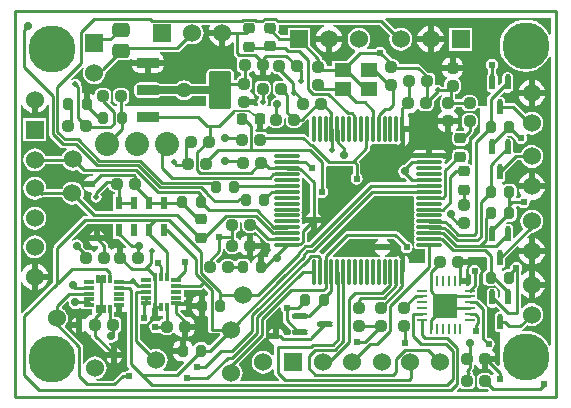
<source format=gtl>
G04 Layer_Physical_Order=1*
G04 Layer_Color=255*
%FSLAX23Y23*%
%MOIN*%
G70*
G01*
G75*
G04:AMPARAMS|DCode=10|XSize=37mil|YSize=37mil|CornerRadius=9mil|HoleSize=0mil|Usage=FLASHONLY|Rotation=270.000|XOffset=0mil|YOffset=0mil|HoleType=Round|Shape=RoundedRectangle|*
%AMROUNDEDRECTD10*
21,1,0.037,0.019,0,0,270.0*
21,1,0.019,0.037,0,0,270.0*
1,1,0.018,-0.009,-0.010*
1,1,0.018,-0.009,0.010*
1,1,0.018,0.009,0.010*
1,1,0.018,0.009,-0.010*
%
%ADD10ROUNDEDRECTD10*%
G04:AMPARAMS|DCode=11|XSize=37mil|YSize=37mil|CornerRadius=9mil|HoleSize=0mil|Usage=FLASHONLY|Rotation=0.000|XOffset=0mil|YOffset=0mil|HoleType=Round|Shape=RoundedRectangle|*
%AMROUNDEDRECTD11*
21,1,0.037,0.019,0,0,0.0*
21,1,0.019,0.037,0,0,0.0*
1,1,0.018,0.010,-0.009*
1,1,0.018,-0.010,-0.009*
1,1,0.018,-0.010,0.009*
1,1,0.018,0.010,0.009*
%
%ADD11ROUNDEDRECTD11*%
G04:AMPARAMS|DCode=12|XSize=75mil|YSize=126mil|CornerRadius=9mil|HoleSize=0mil|Usage=FLASHONLY|Rotation=0.000|XOffset=0mil|YOffset=0mil|HoleType=Round|Shape=RoundedRectangle|*
%AMROUNDEDRECTD12*
21,1,0.075,0.108,0,0,0.0*
21,1,0.057,0.126,0,0,0.0*
1,1,0.018,0.029,-0.054*
1,1,0.018,-0.029,-0.054*
1,1,0.018,-0.029,0.054*
1,1,0.018,0.029,0.054*
%
%ADD12ROUNDEDRECTD12*%
G04:AMPARAMS|DCode=13|XSize=75mil|YSize=36mil|CornerRadius=9mil|HoleSize=0mil|Usage=FLASHONLY|Rotation=180.000|XOffset=0mil|YOffset=0mil|HoleType=Round|Shape=RoundedRectangle|*
%AMROUNDEDRECTD13*
21,1,0.075,0.018,0,0,180.0*
21,1,0.057,0.036,0,0,180.0*
1,1,0.018,-0.029,0.009*
1,1,0.018,0.029,0.009*
1,1,0.018,0.029,-0.009*
1,1,0.018,-0.029,-0.009*
%
%ADD13ROUNDEDRECTD13*%
%ADD14R,0.055X0.045*%
%ADD15R,0.035X0.010*%
%ADD16R,0.010X0.035*%
%ADD17R,0.083X0.083*%
%ADD18R,0.036X0.012*%
%ADD19R,0.012X0.031*%
%ADD20R,0.024X0.043*%
G04:AMPARAMS|DCode=21|XSize=85mil|YSize=13mil|CornerRadius=4mil|HoleSize=0mil|Usage=FLASHONLY|Rotation=90.000|XOffset=0mil|YOffset=0mil|HoleType=Round|Shape=RoundedRectangle|*
%AMROUNDEDRECTD21*
21,1,0.085,0.006,0,0,90.0*
21,1,0.078,0.013,0,0,90.0*
1,1,0.007,0.003,0.039*
1,1,0.007,0.003,-0.039*
1,1,0.007,-0.003,-0.039*
1,1,0.007,-0.003,0.039*
%
%ADD21ROUNDEDRECTD21*%
G04:AMPARAMS|DCode=22|XSize=85mil|YSize=13mil|CornerRadius=4mil|HoleSize=0mil|Usage=FLASHONLY|Rotation=180.000|XOffset=0mil|YOffset=0mil|HoleType=Round|Shape=RoundedRectangle|*
%AMROUNDEDRECTD22*
21,1,0.085,0.006,0,0,180.0*
21,1,0.078,0.013,0,0,180.0*
1,1,0.007,-0.039,0.003*
1,1,0.007,0.039,0.003*
1,1,0.007,0.039,-0.003*
1,1,0.007,-0.039,-0.003*
%
%ADD22ROUNDEDRECTD22*%
G04:AMPARAMS|DCode=23|XSize=36mil|YSize=37mil|CornerRadius=9mil|HoleSize=0mil|Usage=FLASHONLY|Rotation=180.000|XOffset=0mil|YOffset=0mil|HoleType=Round|Shape=RoundedRectangle|*
%AMROUNDEDRECTD23*
21,1,0.036,0.018,0,0,180.0*
21,1,0.018,0.037,0,0,180.0*
1,1,0.018,-0.009,0.009*
1,1,0.018,0.009,0.009*
1,1,0.018,0.009,-0.009*
1,1,0.018,-0.009,-0.009*
%
%ADD23ROUNDEDRECTD23*%
G04:AMPARAMS|DCode=24|XSize=50mil|YSize=20mil|CornerRadius=5mil|HoleSize=0mil|Usage=FLASHONLY|Rotation=90.000|XOffset=0mil|YOffset=0mil|HoleType=Round|Shape=RoundedRectangle|*
%AMROUNDEDRECTD24*
21,1,0.050,0.009,0,0,90.0*
21,1,0.040,0.020,0,0,90.0*
1,1,0.010,0.005,0.020*
1,1,0.010,0.005,-0.020*
1,1,0.010,-0.005,-0.020*
1,1,0.010,-0.005,0.020*
%
%ADD24ROUNDEDRECTD24*%
G04:AMPARAMS|DCode=25|XSize=34mil|YSize=39mil|CornerRadius=9mil|HoleSize=0mil|Usage=FLASHONLY|Rotation=180.000|XOffset=0mil|YOffset=0mil|HoleType=Round|Shape=RoundedRectangle|*
%AMROUNDEDRECTD25*
21,1,0.034,0.021,0,0,180.0*
21,1,0.017,0.039,0,0,180.0*
1,1,0.017,-0.008,0.011*
1,1,0.017,0.008,0.011*
1,1,0.017,0.008,-0.011*
1,1,0.017,-0.008,-0.011*
%
%ADD25ROUNDEDRECTD25*%
G04:AMPARAMS|DCode=26|XSize=34mil|YSize=39mil|CornerRadius=9mil|HoleSize=0mil|Usage=FLASHONLY|Rotation=270.000|XOffset=0mil|YOffset=0mil|HoleType=Round|Shape=RoundedRectangle|*
%AMROUNDEDRECTD26*
21,1,0.034,0.021,0,0,270.0*
21,1,0.017,0.039,0,0,270.0*
1,1,0.017,-0.011,-0.008*
1,1,0.017,-0.011,0.008*
1,1,0.017,0.011,0.008*
1,1,0.017,0.011,-0.008*
%
%ADD26ROUNDEDRECTD26*%
G04:AMPARAMS|DCode=27|XSize=46mil|YSize=58mil|CornerRadius=10mil|HoleSize=0mil|Usage=FLASHONLY|Rotation=270.000|XOffset=0mil|YOffset=0mil|HoleType=Round|Shape=RoundedRectangle|*
%AMROUNDEDRECTD27*
21,1,0.046,0.038,0,0,270.0*
21,1,0.026,0.058,0,0,270.0*
1,1,0.020,-0.019,-0.013*
1,1,0.020,-0.019,0.013*
1,1,0.020,0.019,0.013*
1,1,0.020,0.019,-0.013*
%
%ADD27ROUNDEDRECTD27*%
G04:AMPARAMS|DCode=28|XSize=50mil|YSize=20mil|CornerRadius=5mil|HoleSize=0mil|Usage=FLASHONLY|Rotation=180.000|XOffset=0mil|YOffset=0mil|HoleType=Round|Shape=RoundedRectangle|*
%AMROUNDEDRECTD28*
21,1,0.050,0.009,0,0,180.0*
21,1,0.040,0.020,0,0,180.0*
1,1,0.010,-0.020,0.005*
1,1,0.010,0.020,0.005*
1,1,0.010,0.020,-0.005*
1,1,0.010,-0.020,-0.005*
%
%ADD28ROUNDEDRECTD28*%
%ADD29C,0.010*%
%ADD30C,0.008*%
%ADD31C,0.025*%
%ADD32R,0.060X0.060*%
%ADD33C,0.060*%
%ADD34R,0.060X0.060*%
%ADD35C,0.080*%
%ADD36C,0.024*%
%ADD37C,0.028*%
%ADD38C,0.020*%
%ADD39C,0.050*%
%ADD40C,0.157*%
G36*
X5484Y6974D02*
X5479Y6973D01*
X5472Y6984D01*
X5462Y6998D01*
X5448Y7008D01*
X5433Y7017D01*
X5417Y7021D01*
X5400Y7023D01*
X5383Y7021D01*
X5367Y7017D01*
X5352Y7008D01*
X5338Y6998D01*
X5328Y6984D01*
X5319Y6969D01*
X5315Y6953D01*
X5313Y6936D01*
X5315Y6919D01*
X5319Y6903D01*
X5328Y6888D01*
X5338Y6874D01*
X5352Y6864D01*
X5367Y6855D01*
X5383Y6851D01*
X5400Y6849D01*
X5417Y6851D01*
X5433Y6855D01*
X5448Y6864D01*
X5462Y6874D01*
X5472Y6888D01*
X5479Y6899D01*
X5484Y6898D01*
Y5937D01*
X5479Y5936D01*
X5472Y5947D01*
X5462Y5961D01*
X5448Y5971D01*
X5433Y5980D01*
X5417Y5984D01*
X5400Y5986D01*
X5389Y5985D01*
X5388Y5990D01*
X5391Y5992D01*
X5404Y6005D01*
X5410Y6003D01*
X5420Y6002D01*
X5430Y6003D01*
X5439Y6007D01*
X5447Y6013D01*
X5453Y6021D01*
X5457Y6030D01*
X5458Y6040D01*
X5457Y6050D01*
X5453Y6059D01*
X5447Y6067D01*
X5439Y6073D01*
X5430Y6077D01*
X5420Y6078D01*
X5410Y6077D01*
X5401Y6073D01*
X5393Y6067D01*
X5388Y6061D01*
X5383Y6063D01*
Y6106D01*
X5385Y6107D01*
X5388Y6108D01*
X5397Y6101D01*
X5408Y6096D01*
X5410Y6096D01*
Y6140D01*
Y6184D01*
X5408Y6184D01*
X5397Y6179D01*
X5388Y6172D01*
X5385Y6173D01*
X5383Y6174D01*
Y6182D01*
X5388Y6188D01*
X5389Y6196D01*
X5388Y6204D01*
X5383Y6210D01*
X5377Y6215D01*
X5369Y6216D01*
X5361Y6215D01*
X5354Y6210D01*
X5350Y6204D01*
X5348Y6196D01*
X5349Y6195D01*
X5345Y6191D01*
X5336D01*
X5330Y6189D01*
X5325Y6186D01*
X5321Y6188D01*
X5320Y6189D01*
X5321Y6195D01*
X5324Y6195D01*
X5328Y6198D01*
X5331Y6202D01*
X5332Y6208D01*
Y6227D01*
X5373Y6267D01*
X5377Y6265D01*
X5376Y6263D01*
X5376Y6261D01*
X5410D01*
Y6295D01*
X5408Y6295D01*
X5406Y6294D01*
X5404Y6298D01*
X5418Y6313D01*
X5420Y6313D01*
X5430Y6314D01*
X5439Y6318D01*
X5447Y6324D01*
X5453Y6332D01*
X5457Y6341D01*
X5458Y6351D01*
X5457Y6361D01*
X5453Y6370D01*
X5447Y6378D01*
X5439Y6384D01*
X5430Y6388D01*
X5420Y6389D01*
X5410Y6388D01*
X5401Y6384D01*
X5393Y6378D01*
X5387Y6370D01*
X5383Y6361D01*
X5382Y6351D01*
X5383Y6341D01*
X5387Y6332D01*
X5392Y6325D01*
X5362Y6295D01*
X5358Y6296D01*
Y6328D01*
X5357Y6334D01*
X5354Y6338D01*
X5349Y6341D01*
X5344Y6342D01*
X5336D01*
X5334Y6346D01*
X5337Y6349D01*
X5353D01*
X5360Y6351D01*
X5365Y6354D01*
X5369Y6360D01*
X5370Y6366D01*
Y6388D01*
X5369Y6394D01*
X5368Y6396D01*
X5370Y6401D01*
X5378D01*
X5379Y6400D01*
X5385Y6395D01*
X5393Y6394D01*
X5401Y6395D01*
X5407Y6400D01*
X5412Y6406D01*
X5413Y6414D01*
X5413Y6418D01*
X5417Y6422D01*
X5420Y6422D01*
X5432Y6423D01*
X5443Y6428D01*
X5452Y6435D01*
X5459Y6444D01*
X5464Y6455D01*
X5464Y6457D01*
X5420D01*
X5376D01*
X5376Y6455D01*
X5381Y6444D01*
X5386Y6438D01*
X5385Y6437D01*
X5384Y6432D01*
X5379Y6428D01*
X5378Y6427D01*
X5372D01*
X5369Y6432D01*
X5370Y6437D01*
Y6459D01*
X5369Y6465D01*
X5365Y6471D01*
X5360Y6474D01*
X5353Y6476D01*
X5336D01*
X5330Y6474D01*
X5327Y6473D01*
X5322Y6475D01*
X5322Y6483D01*
X5324Y6483D01*
X5328Y6486D01*
X5331Y6490D01*
X5332Y6496D01*
Y6515D01*
X5371Y6554D01*
X5384D01*
X5387Y6548D01*
X5393Y6540D01*
X5401Y6534D01*
X5410Y6530D01*
X5420Y6529D01*
X5430Y6530D01*
X5439Y6534D01*
X5447Y6540D01*
X5453Y6548D01*
X5457Y6557D01*
X5458Y6567D01*
X5457Y6577D01*
X5453Y6586D01*
X5447Y6594D01*
X5439Y6600D01*
X5430Y6604D01*
X5420Y6605D01*
X5410Y6604D01*
X5401Y6600D01*
X5393Y6594D01*
X5387Y6586D01*
X5384Y6580D01*
X5366D01*
X5363Y6580D01*
X5358Y6583D01*
Y6616D01*
X5357Y6622D01*
X5354Y6626D01*
X5349Y6629D01*
X5344Y6630D01*
X5340D01*
X5337Y6635D01*
X5338Y6636D01*
X5338Y6636D01*
X5353D01*
X5354Y6636D01*
X5365Y6625D01*
X5366Y6620D01*
X5371Y6614D01*
X5377Y6609D01*
X5385Y6608D01*
X5393Y6609D01*
X5399Y6614D01*
X5404Y6620D01*
X5405Y6628D01*
X5404Y6636D01*
X5402Y6639D01*
X5405Y6643D01*
X5410Y6641D01*
X5420Y6640D01*
X5430Y6641D01*
X5439Y6645D01*
X5447Y6651D01*
X5453Y6659D01*
X5457Y6668D01*
X5458Y6678D01*
X5457Y6688D01*
X5453Y6697D01*
X5447Y6705D01*
X5439Y6711D01*
X5430Y6715D01*
X5420Y6716D01*
X5410Y6715D01*
X5401Y6711D01*
X5399Y6710D01*
X5367Y6742D01*
X5363Y6745D01*
X5358Y6746D01*
X5332D01*
Y6752D01*
X5331Y6757D01*
X5328Y6762D01*
X5324Y6765D01*
X5319Y6766D01*
X5317D01*
X5315Y6770D01*
X5328Y6783D01*
X5330Y6781D01*
X5335Y6780D01*
X5344D01*
X5349Y6781D01*
X5354Y6784D01*
X5357Y6789D01*
X5358Y6794D01*
Y6833D01*
X5357Y6839D01*
X5354Y6843D01*
X5349Y6846D01*
X5344Y6847D01*
X5335D01*
X5330Y6846D01*
X5325Y6843D01*
X5323Y6839D01*
X5321Y6833D01*
Y6814D01*
X5311Y6804D01*
X5307Y6806D01*
Y6833D01*
X5305Y6839D01*
X5303Y6843D01*
X5302Y6844D01*
Y6858D01*
X5302Y6859D01*
X5307Y6865D01*
X5308Y6873D01*
X5307Y6881D01*
X5302Y6887D01*
X5296Y6892D01*
X5288Y6893D01*
X5280Y6892D01*
X5274Y6887D01*
X5269Y6881D01*
X5268Y6873D01*
X5269Y6865D01*
X5274Y6859D01*
X5275Y6858D01*
Y6844D01*
X5274Y6843D01*
X5271Y6839D01*
X5270Y6833D01*
Y6794D01*
X5271Y6789D01*
X5274Y6784D01*
X5279Y6781D01*
X5281Y6781D01*
X5283Y6775D01*
X5274Y6767D01*
X5271Y6762D01*
X5270Y6757D01*
Y6735D01*
X5240D01*
Y6754D01*
X5238Y6760D01*
X5235Y6766D01*
X5229Y6770D01*
X5222Y6771D01*
X5204D01*
X5197Y6770D01*
X5191Y6766D01*
X5188Y6760D01*
X5187Y6757D01*
X5167D01*
X5166Y6760D01*
X5165Y6761D01*
Y6775D01*
X5172Y6776D01*
X5178Y6780D01*
X5181Y6786D01*
X5183Y6792D01*
Y6812D01*
X5181Y6818D01*
X5178Y6824D01*
X5176Y6825D01*
X5175Y6826D01*
X5176Y6831D01*
X5183Y6835D01*
X5188Y6843D01*
X5190Y6852D01*
X5156D01*
X5122D01*
X5124Y6843D01*
X5129Y6835D01*
X5136Y6831D01*
X5137Y6826D01*
X5136Y6825D01*
X5134Y6824D01*
X5131Y6818D01*
X5129Y6812D01*
Y6800D01*
X5119D01*
X5113Y6804D01*
X5106Y6805D01*
X5102Y6805D01*
X5098Y6809D01*
X5098Y6810D01*
Y6828D01*
X5097Y6835D01*
X5093Y6841D01*
X5087Y6844D01*
X5081Y6846D01*
X5076D01*
X5076Y6846D01*
X5075Y6846D01*
X5051Y6870D01*
X5047Y6873D01*
X5042Y6874D01*
X4978D01*
X4977Y6880D01*
X4974Y6886D01*
X4968Y6890D01*
X4961Y6891D01*
X4956D01*
X4935Y6912D01*
X4935Y6913D01*
X4934Y6921D01*
X4929Y6927D01*
X4923Y6932D01*
X4915Y6933D01*
X4907Y6932D01*
X4901Y6927D01*
X4900Y6926D01*
X4873D01*
X4872Y6929D01*
X4871Y6931D01*
X4877Y6939D01*
X4881Y6948D01*
X4882Y6958D01*
X4881Y6968D01*
X4877Y6977D01*
X4871Y6985D01*
X4863Y6991D01*
X4854Y6995D01*
X4844Y6996D01*
X4834Y6995D01*
X4825Y6991D01*
X4817Y6985D01*
X4811Y6977D01*
X4807Y6968D01*
X4806Y6958D01*
X4807Y6948D01*
X4811Y6939D01*
X4817Y6931D01*
X4825Y6925D01*
X4831Y6922D01*
X4832Y6916D01*
X4802Y6886D01*
X4754D01*
Y6869D01*
X4736D01*
Y6874D01*
X4734Y6880D01*
X4731Y6886D01*
X4725Y6890D01*
X4722Y6890D01*
Y6893D01*
X4721Y6898D01*
X4718Y6902D01*
X4682Y6939D01*
Y6996D01*
X4606D01*
Y6971D01*
X4584D01*
X4574Y6981D01*
X4576Y6987D01*
Y7004D01*
X4577Y7006D01*
X4729D01*
X4730Y7001D01*
X4721Y6997D01*
X4712Y6990D01*
X4705Y6981D01*
X4700Y6970D01*
X4700Y6968D01*
X4788D01*
X4788Y6970D01*
X4783Y6981D01*
X4776Y6990D01*
X4767Y6997D01*
X4758Y7001D01*
X4759Y7006D01*
X4913D01*
X4947Y6971D01*
X4946Y6968D01*
X4945Y6958D01*
X4946Y6948D01*
X4950Y6939D01*
X4956Y6931D01*
X4964Y6925D01*
X4973Y6921D01*
X4983Y6920D01*
X4993Y6921D01*
X5002Y6925D01*
X5010Y6931D01*
X5016Y6939D01*
X5020Y6948D01*
X5021Y6958D01*
X5020Y6968D01*
X5016Y6977D01*
X5010Y6985D01*
X5002Y6991D01*
X4993Y6995D01*
X4983Y6996D01*
X4973Y6995D01*
X4964Y6991D01*
X4931Y7025D01*
X4933Y7030D01*
X5484D01*
Y6974D01*
D02*
G37*
G36*
X4348Y7001D02*
X4344Y6991D01*
X4344Y6989D01*
X4388D01*
Y6979D01*
X4398D01*
Y6935D01*
X4400Y6935D01*
X4411Y6940D01*
X4420Y6947D01*
X4421Y6948D01*
X4426Y6946D01*
Y6911D01*
X4427Y6906D01*
X4430Y6902D01*
X4435Y6896D01*
X4437Y6895D01*
X4439Y6888D01*
X4438Y6888D01*
X4437Y6881D01*
Y6863D01*
X4438Y6856D01*
X4442Y6850D01*
X4448Y6847D01*
X4451Y6846D01*
Y6836D01*
X4446Y6836D01*
X4440Y6832D01*
X4437Y6826D01*
X4436Y6823D01*
X4427D01*
Y6842D01*
X4426Y6848D01*
X4422Y6854D01*
X4416Y6858D01*
X4410Y6859D01*
X4353D01*
X4346Y6858D01*
X4340Y6854D01*
X4336Y6848D01*
X4335Y6842D01*
Y6809D01*
X4287D01*
X4285Y6812D01*
X4278Y6817D01*
X4270Y6820D01*
X4261Y6821D01*
X4252Y6820D01*
X4244Y6817D01*
X4237Y6812D01*
X4235Y6809D01*
X4182D01*
X4182Y6809D01*
X4176Y6813D01*
X4169Y6814D01*
X4112D01*
X4106Y6813D01*
X4100Y6809D01*
X4096Y6804D01*
X4095Y6797D01*
Y6779D01*
X4096Y6772D01*
X4100Y6767D01*
X4106Y6763D01*
X4112Y6762D01*
X4169D01*
X4176Y6763D01*
X4182Y6767D01*
X4182Y6767D01*
X4235D01*
X4237Y6764D01*
X4244Y6759D01*
X4252Y6756D01*
X4261Y6755D01*
X4270Y6756D01*
X4278Y6759D01*
X4285Y6764D01*
X4287Y6767D01*
X4335D01*
Y6735D01*
X4064Y6735D01*
Y6742D01*
X4067Y6743D01*
X4073Y6746D01*
X4077Y6752D01*
X4078Y6759D01*
Y6777D01*
X4077Y6784D01*
X4073Y6790D01*
X4067Y6793D01*
X4061Y6795D01*
X4041D01*
X4035Y6793D01*
X4029Y6790D01*
X4025Y6784D01*
X4024Y6777D01*
Y6759D01*
X4025Y6752D01*
X4029Y6746D01*
X4035Y6743D01*
X4038Y6742D01*
Y6735D01*
X4026D01*
X4013Y6747D01*
X4017Y6752D01*
X4018Y6759D01*
Y6777D01*
X4017Y6784D01*
X4013Y6790D01*
X4007Y6793D01*
X4001Y6795D01*
X3981D01*
X3975Y6793D01*
X3969Y6790D01*
X3965Y6784D01*
X3964Y6777D01*
Y6775D01*
X3959Y6772D01*
X3953Y6776D01*
X3946Y6777D01*
Y6743D01*
X3926D01*
Y6777D01*
X3924Y6777D01*
X3920Y6780D01*
Y6800D01*
X3919Y6805D01*
X3917Y6808D01*
X3917Y6808D01*
X3916Y6815D01*
X3912Y6821D01*
X3906Y6825D01*
X3899Y6826D01*
X3892Y6825D01*
X3888Y6823D01*
X3885Y6826D01*
X3923Y6864D01*
X3927Y6861D01*
X3925Y6856D01*
X3924Y6846D01*
X3925Y6836D01*
X3929Y6827D01*
X3935Y6819D01*
X3943Y6813D01*
X3952Y6809D01*
X3962Y6808D01*
X3972Y6809D01*
X3981Y6813D01*
X3989Y6819D01*
X3995Y6827D01*
X3999Y6836D01*
X4000Y6846D01*
X4000Y6847D01*
X4000Y6848D01*
X4041Y6888D01*
X4071D01*
X4078Y6889D01*
X4084Y6893D01*
X4084Y6893D01*
X4089Y6891D01*
X4088Y6889D01*
X4141D01*
X4194D01*
X4192Y6897D01*
X4187Y6905D01*
X4180Y6910D01*
X4180Y6913D01*
X4180Y6915D01*
X4238D01*
X4243Y6916D01*
X4247Y6919D01*
X4273Y6944D01*
X4278Y6942D01*
X4288Y6941D01*
X4298Y6942D01*
X4307Y6946D01*
X4315Y6952D01*
X4321Y6960D01*
X4325Y6969D01*
X4326Y6979D01*
X4325Y6989D01*
X4321Y6998D01*
X4319Y7001D01*
X4321Y7006D01*
X4346D01*
X4348Y7001D01*
D02*
G37*
G36*
X4534Y6838D02*
X4543Y6840D01*
X4551Y6845D01*
X4552Y6847D01*
X4556D01*
X4557Y6846D01*
X4563Y6843D01*
X4569Y6841D01*
X4575D01*
X4592Y6825D01*
X4590Y6820D01*
X4573D01*
X4567Y6818D01*
X4561Y6815D01*
X4557Y6809D01*
X4556Y6802D01*
Y6784D01*
X4557Y6777D01*
X4561Y6771D01*
X4567Y6768D01*
X4567Y6768D01*
Y6762D01*
X4563Y6762D01*
X4556Y6757D01*
X4551Y6750D01*
X4550Y6741D01*
X4550Y6739D01*
X4547Y6735D01*
X4541D01*
X4539Y6740D01*
X4540Y6742D01*
X4541Y6749D01*
X4540Y6756D01*
X4536Y6762D01*
Y6767D01*
X4539Y6768D01*
X4545Y6771D01*
X4549Y6777D01*
X4550Y6784D01*
Y6802D01*
X4549Y6809D01*
X4545Y6815D01*
X4539Y6818D01*
X4533Y6820D01*
X4513D01*
X4507Y6818D01*
X4501Y6815D01*
X4497Y6809D01*
X4496Y6802D01*
Y6784D01*
X4497Y6777D01*
X4501Y6771D01*
X4507Y6768D01*
X4510Y6767D01*
Y6762D01*
X4506Y6756D01*
X4505Y6749D01*
X4506Y6742D01*
X4507Y6740D01*
X4505Y6735D01*
X4499D01*
X4495Y6739D01*
X4496Y6740D01*
X4462D01*
Y6760D01*
X4496D01*
X4494Y6769D01*
X4489Y6777D01*
X4482Y6781D01*
X4481Y6786D01*
X4482Y6787D01*
X4484Y6788D01*
X4487Y6794D01*
X4489Y6800D01*
Y6820D01*
X4487Y6826D01*
X4484Y6832D01*
X4478Y6836D01*
X4477Y6836D01*
Y6846D01*
X4480Y6847D01*
X4486Y6850D01*
X4487Y6852D01*
X4488Y6853D01*
X4493Y6852D01*
X4497Y6845D01*
X4505Y6840D01*
X4514Y6838D01*
Y6872D01*
X4534D01*
Y6838D01*
D02*
G37*
G36*
X5121Y6773D02*
X5122Y6767D01*
X5119Y6766D01*
X5116Y6760D01*
X5114Y6754D01*
Y6734D01*
X5116Y6728D01*
X5119Y6722D01*
X5121Y6721D01*
X5122Y6720D01*
X5121Y6715D01*
X5114Y6711D01*
X5109Y6703D01*
X5107Y6694D01*
X5141D01*
X5175D01*
X5173Y6703D01*
X5168Y6711D01*
X5161Y6715D01*
X5160Y6720D01*
X5161Y6721D01*
X5163Y6722D01*
X5166Y6728D01*
X5167Y6731D01*
X5187D01*
X5188Y6728D01*
X5191Y6722D01*
X5197Y6718D01*
X5204Y6717D01*
X5222D01*
X5229Y6718D01*
X5235Y6722D01*
X5238Y6727D01*
X5240Y6727D01*
X5249D01*
Y6648D01*
X5225Y6624D01*
X5222Y6620D01*
X5221Y6615D01*
Y6541D01*
X5219Y6540D01*
X5216Y6539D01*
X5211Y6542D01*
X5208Y6542D01*
X5208Y6543D01*
X5206Y6548D01*
X5208Y6551D01*
X5210Y6558D01*
Y6575D01*
X5208Y6581D01*
X5205Y6587D01*
X5199Y6590D01*
X5193Y6592D01*
X5171D01*
X5165Y6590D01*
X5159Y6587D01*
X5156Y6581D01*
X5154Y6575D01*
Y6563D01*
X5134Y6542D01*
X5129Y6545D01*
X5129Y6545D01*
Y6550D01*
X5131Y6551D01*
X5135Y6557D01*
X5135Y6558D01*
X5127D01*
X5126Y6559D01*
X5122Y6562D01*
X5117Y6563D01*
X5040D01*
X5036Y6562D01*
X5034D01*
X5033Y6562D01*
X5022D01*
X5019Y6562D01*
X5019Y6562D01*
X5017Y6561D01*
X5013Y6558D01*
X4993Y6539D01*
X4988Y6538D01*
X4981Y6533D01*
X4976Y6526D01*
X4975Y6517D01*
X4976Y6508D01*
X4981Y6501D01*
X4988Y6496D01*
X4997Y6495D01*
X5004Y6487D01*
X5002Y6482D01*
X4885D01*
X4880Y6481D01*
X4876Y6479D01*
X4679Y6281D01*
X4672D01*
X4670Y6283D01*
Y6313D01*
X4683Y6326D01*
Y6345D01*
X4664D01*
X4661Y6341D01*
X4654Y6342D01*
X4653Y6343D01*
X4654Y6348D01*
Y6354D01*
X4653Y6359D01*
X4652Y6361D01*
X4653Y6363D01*
X4654Y6368D01*
Y6374D01*
X4653Y6378D01*
X4652Y6381D01*
X4653Y6383D01*
X4654Y6387D01*
Y6394D01*
X4653Y6398D01*
X4652Y6400D01*
X4653Y6403D01*
X4654Y6407D01*
Y6413D01*
X4653Y6418D01*
X4652Y6420D01*
X4653Y6422D01*
X4654Y6427D01*
Y6433D01*
X4653Y6437D01*
X4652Y6440D01*
X4653Y6442D01*
X4654Y6446D01*
Y6453D01*
X4653Y6457D01*
X4652Y6459D01*
X4653Y6462D01*
X4654Y6466D01*
Y6472D01*
X4653Y6477D01*
X4652Y6479D01*
X4653Y6481D01*
X4654Y6486D01*
Y6492D01*
X4653Y6495D01*
X4658Y6498D01*
X4680Y6476D01*
Y6379D01*
X4679Y6379D01*
X4674Y6374D01*
X4669Y6369D01*
X4668Y6365D01*
X4718D01*
X4717Y6369D01*
X4712Y6374D01*
X4707Y6379D01*
X4706Y6379D01*
Y6429D01*
X4711Y6431D01*
X4713Y6430D01*
X4721Y6429D01*
X4729Y6430D01*
X4735Y6435D01*
X4740Y6441D01*
X4741Y6449D01*
X4740Y6457D01*
X4735Y6463D01*
X4734Y6464D01*
Y6533D01*
X4737Y6535D01*
X4739Y6536D01*
X4744Y6535D01*
X4823D01*
X4823Y6535D01*
Y6508D01*
X4822Y6507D01*
X4817Y6501D01*
X4816Y6493D01*
X4817Y6485D01*
X4822Y6479D01*
X4828Y6474D01*
X4836Y6473D01*
X4844Y6474D01*
X4850Y6479D01*
X4855Y6485D01*
X4856Y6493D01*
X4855Y6501D01*
X4850Y6507D01*
X4849Y6508D01*
Y6540D01*
X4848Y6545D01*
X4845Y6549D01*
X4844Y6551D01*
X4878Y6584D01*
X4881Y6588D01*
X4882Y6594D01*
Y6603D01*
X4887Y6607D01*
X4887Y6607D01*
X4893D01*
X4898Y6608D01*
X4900Y6609D01*
X4902Y6608D01*
X4907Y6607D01*
X4913D01*
X4918Y6608D01*
X4920Y6609D01*
X4922Y6608D01*
X4926Y6607D01*
X4933D01*
X4937Y6608D01*
X4939Y6609D01*
X4942Y6608D01*
X4946Y6607D01*
X4952D01*
X4957Y6608D01*
X4959Y6609D01*
X4961Y6608D01*
X4966Y6607D01*
X4971D01*
X4972Y6605D01*
X4978Y6601D01*
X4979Y6601D01*
Y6609D01*
X4980Y6610D01*
X4983Y6614D01*
X4984Y6619D01*
Y6657D01*
X4989D01*
Y6667D01*
X5011D01*
Y6696D01*
X5009Y6703D01*
X5007Y6706D01*
X5010Y6711D01*
X5016D01*
X5025Y6713D01*
X5033Y6718D01*
X5037Y6725D01*
X5042Y6726D01*
X5043Y6725D01*
X5044Y6723D01*
X5050Y6720D01*
X5056Y6718D01*
X5076D01*
X5082Y6720D01*
X5088Y6723D01*
X5092Y6729D01*
X5093Y6736D01*
Y6750D01*
X5110Y6769D01*
X5113Y6770D01*
X5118Y6773D01*
X5121Y6773D01*
D02*
G37*
G36*
X3773Y6712D02*
X3775Y6712D01*
X3786Y6717D01*
X3795Y6724D01*
X3802Y6733D01*
X3805Y6739D01*
X3810Y6738D01*
Y6642D01*
X3811Y6637D01*
X3814Y6633D01*
X3848Y6599D01*
X3852Y6596D01*
X3857Y6595D01*
X3868D01*
X3870Y6590D01*
X3864Y6585D01*
X3858Y6577D01*
X3855Y6569D01*
X3799D01*
X3796Y6575D01*
X3790Y6583D01*
X3782Y6589D01*
X3773Y6593D01*
X3763Y6594D01*
X3753Y6593D01*
X3744Y6589D01*
X3736Y6583D01*
X3730Y6575D01*
X3726Y6566D01*
X3725Y6556D01*
X3726Y6546D01*
X3730Y6537D01*
X3736Y6529D01*
X3744Y6523D01*
X3753Y6519D01*
X3763Y6518D01*
X3773Y6519D01*
X3782Y6523D01*
X3790Y6529D01*
X3796Y6537D01*
X3799Y6543D01*
X3856D01*
X3858Y6539D01*
X3864Y6531D01*
X3872Y6525D01*
X3881Y6521D01*
X3891Y6520D01*
X3901Y6521D01*
X3907Y6523D01*
X3918Y6512D01*
X3923Y6509D01*
X3928Y6508D01*
X3957D01*
X3959Y6503D01*
X3958Y6502D01*
X3953Y6502D01*
X3946Y6501D01*
X3939Y6499D01*
X3934Y6494D01*
X3929Y6489D01*
X3928Y6485D01*
X3953D01*
Y6465D01*
X3928D01*
X3929Y6461D01*
X3934Y6456D01*
X3939Y6451D01*
X3946Y6449D01*
X3950Y6448D01*
X3952Y6447D01*
X3954Y6442D01*
X3951Y6438D01*
X3950Y6431D01*
X3951Y6424D01*
X3955Y6418D01*
X3961Y6414D01*
X3968Y6413D01*
X3975Y6414D01*
X3981Y6418D01*
X3985Y6424D01*
X3986Y6431D01*
X3985Y6438D01*
X3982Y6442D01*
X4005Y6464D01*
X4010Y6462D01*
X4010Y6460D01*
X4014Y6454D01*
X4020Y6451D01*
X4026Y6449D01*
X4031D01*
Y6442D01*
X4024D01*
Y6385D01*
X3966D01*
X3924Y6428D01*
X3926Y6434D01*
X3927Y6444D01*
X3926Y6454D01*
X3922Y6463D01*
X3916Y6471D01*
X3908Y6477D01*
X3899Y6481D01*
X3889Y6482D01*
X3879Y6481D01*
X3870Y6477D01*
X3862Y6471D01*
X3856Y6463D01*
X3853Y6457D01*
X3805D01*
X3801Y6461D01*
X3800Y6471D01*
X3796Y6480D01*
X3790Y6488D01*
X3782Y6494D01*
X3773Y6498D01*
X3763Y6499D01*
X3753Y6498D01*
X3744Y6494D01*
X3736Y6488D01*
X3730Y6480D01*
X3726Y6471D01*
X3725Y6461D01*
X3726Y6451D01*
X3730Y6442D01*
X3736Y6434D01*
X3744Y6428D01*
X3753Y6424D01*
X3763Y6423D01*
X3773Y6424D01*
X3782Y6428D01*
X3785Y6430D01*
X3785Y6430D01*
X3790Y6431D01*
X3853D01*
X3856Y6425D01*
X3862Y6417D01*
X3870Y6411D01*
X3879Y6407D01*
X3889Y6406D01*
X3899Y6407D01*
X3905Y6409D01*
X3942Y6373D01*
X3940Y6368D01*
X3932D01*
X3927Y6367D01*
X3922Y6364D01*
X3829Y6270D01*
X3826Y6266D01*
X3825Y6261D01*
Y6148D01*
X3721Y6045D01*
X3716Y6047D01*
Y6148D01*
X3721Y6149D01*
X3724Y6143D01*
X3731Y6134D01*
X3740Y6127D01*
X3751Y6122D01*
X3753Y6122D01*
Y6166D01*
Y6210D01*
X3751Y6210D01*
X3740Y6205D01*
X3731Y6198D01*
X3724Y6189D01*
X3721Y6183D01*
X3716Y6184D01*
Y6738D01*
X3721Y6739D01*
X3724Y6733D01*
X3731Y6724D01*
X3740Y6717D01*
X3751Y6712D01*
X3753Y6712D01*
Y6756D01*
X3773D01*
Y6712D01*
D02*
G37*
G36*
X4601Y6695D02*
Y6681D01*
X4602Y6674D01*
X4606Y6668D01*
X4612Y6665D01*
X4618Y6663D01*
X4638D01*
X4644Y6665D01*
X4650Y6668D01*
X4654Y6674D01*
X4654Y6677D01*
X4658Y6678D01*
X4662Y6681D01*
X4673Y6692D01*
X4678Y6690D01*
Y6635D01*
X4674Y6633D01*
X4669Y6638D01*
X4664Y6641D01*
X4659Y6642D01*
X4537D01*
X4536Y6645D01*
X4530Y6648D01*
X4524Y6650D01*
X4504D01*
X4503Y6649D01*
X4499Y6653D01*
X4499Y6655D01*
X4503Y6659D01*
X4504Y6658D01*
Y6692D01*
X4524D01*
Y6658D01*
X4532Y6660D01*
X4540Y6665D01*
X4542Y6668D01*
X4546D01*
X4552Y6665D01*
X4558Y6663D01*
X4578D01*
X4584Y6665D01*
X4590Y6668D01*
X4594Y6674D01*
X4595Y6681D01*
Y6693D01*
X4600Y6696D01*
X4601Y6695D01*
D02*
G37*
G36*
X4024Y6292D02*
X4043D01*
X4068Y6267D01*
X4066Y6262D01*
X4059Y6264D01*
Y6230D01*
X4039D01*
Y6264D01*
X4030Y6262D01*
X4022Y6257D01*
X4022Y6256D01*
X4014Y6261D01*
X4008Y6262D01*
Y6269D01*
X4007Y6274D01*
X4004Y6278D01*
X3999Y6284D01*
X3945D01*
X3946Y6280D01*
X3951Y6275D01*
X3956Y6270D01*
X3963Y6268D01*
X3970Y6267D01*
X3974Y6267D01*
X3975Y6266D01*
X3975Y6265D01*
X3974Y6259D01*
X3968Y6256D01*
X3964Y6249D01*
X3959Y6248D01*
X3958Y6249D01*
X3957Y6251D01*
X3951Y6254D01*
X3945Y6256D01*
X3935D01*
X3925Y6266D01*
X3925Y6269D01*
X3924Y6278D01*
X3919Y6285D01*
X3912Y6290D01*
X3903Y6291D01*
X3894Y6290D01*
X3889Y6286D01*
X3886Y6290D01*
X3937Y6341D01*
X4024D01*
Y6292D01*
D02*
G37*
G36*
X5028Y6433D02*
Y6427D01*
X5029Y6422D01*
X5030Y6420D01*
X5029Y6418D01*
X5028Y6413D01*
Y6407D01*
X5029Y6403D01*
X5030Y6400D01*
X5029Y6398D01*
X5028Y6394D01*
Y6387D01*
X5029Y6383D01*
X5030Y6381D01*
X5029Y6378D01*
X5028Y6374D01*
Y6368D01*
X5029Y6363D01*
X5030Y6361D01*
X5029Y6359D01*
X5028Y6354D01*
Y6348D01*
X5029Y6343D01*
X5030Y6341D01*
X5029Y6339D01*
X5028Y6335D01*
Y6328D01*
X5029Y6324D01*
X5030Y6322D01*
X5029Y6319D01*
X5028Y6315D01*
Y6309D01*
X5029Y6304D01*
X5030Y6302D01*
X5029Y6300D01*
X5028Y6295D01*
Y6289D01*
X5029Y6284D01*
X5030Y6282D01*
X5029Y6280D01*
X5028Y6276D01*
Y6269D01*
X5029Y6265D01*
X5031Y6261D01*
X5035Y6258D01*
X5040Y6257D01*
X5065D01*
Y6212D01*
X5011D01*
Y6221D01*
X5009Y6229D01*
X5005Y6235D01*
X4999Y6239D01*
X4999Y6239D01*
Y6183D01*
X4984D01*
Y6221D01*
X4983Y6226D01*
X4980Y6230D01*
X4979Y6231D01*
Y6239D01*
X4978Y6239D01*
X4972Y6235D01*
X4971Y6233D01*
X4966D01*
X4961Y6232D01*
X4959Y6231D01*
X4957Y6232D01*
X4952Y6233D01*
X4946D01*
X4942Y6232D01*
X4939Y6231D01*
X4937Y6232D01*
X4933Y6233D01*
X4931D01*
X4930Y6238D01*
X4936Y6240D01*
X4941Y6245D01*
X4946Y6250D01*
X4947Y6254D01*
X4897D01*
X4898Y6250D01*
X4903Y6245D01*
X4908Y6240D01*
X4914Y6238D01*
X4913Y6233D01*
X4907D01*
X4902Y6232D01*
X4900Y6231D01*
X4898Y6232D01*
X4893Y6233D01*
X4887D01*
X4883Y6232D01*
X4880Y6231D01*
X4878Y6232D01*
X4874Y6233D01*
X4867D01*
X4863Y6232D01*
X4861Y6231D01*
X4858Y6232D01*
X4854Y6233D01*
X4848D01*
X4843Y6232D01*
X4841Y6231D01*
X4839Y6232D01*
X4834Y6233D01*
X4828D01*
X4824Y6232D01*
X4821Y6231D01*
X4819Y6232D01*
X4815Y6233D01*
X4808D01*
X4804Y6232D01*
X4802Y6231D01*
X4799Y6232D01*
X4795Y6233D01*
X4789D01*
X4784Y6232D01*
X4782Y6231D01*
X4780Y6232D01*
X4775Y6233D01*
X4769D01*
X4764Y6232D01*
X4762Y6231D01*
X4760Y6232D01*
X4758Y6233D01*
X4756Y6238D01*
X4810Y6293D01*
X4908D01*
X4909Y6288D01*
X4908Y6288D01*
X4903Y6283D01*
X4898Y6278D01*
X4897Y6274D01*
X4947D01*
X4946Y6278D01*
X4941Y6283D01*
X4936Y6288D01*
X4935Y6288D01*
X4936Y6293D01*
X4960D01*
X4984Y6269D01*
X4983Y6264D01*
X4984Y6256D01*
X4989Y6250D01*
X4995Y6245D01*
X5003Y6244D01*
X5011Y6245D01*
X5017Y6250D01*
X5022Y6256D01*
X5023Y6264D01*
X5022Y6272D01*
X5017Y6278D01*
X5011Y6283D01*
X5006Y6284D01*
X4974Y6315D01*
X4970Y6318D01*
X4965Y6319D01*
X4805D01*
X4800Y6318D01*
X4796Y6315D01*
X4723Y6243D01*
X4719Y6243D01*
X4716Y6245D01*
X4712Y6248D01*
X4712Y6248D01*
X4711Y6253D01*
X4894Y6436D01*
X5025D01*
X5028Y6433D01*
D02*
G37*
G36*
X4452Y6350D02*
X4455Y6346D01*
Y6330D01*
X4456Y6323D01*
X4460Y6317D01*
X4466Y6314D01*
X4472Y6312D01*
X4492D01*
X4498Y6314D01*
X4500Y6315D01*
X4533Y6282D01*
X4537Y6279D01*
X4541Y6278D01*
X4546Y6276D01*
Y6269D01*
X4547Y6262D01*
X4551Y6256D01*
X4552Y6252D01*
X4549Y6251D01*
X4545Y6245D01*
X4542Y6238D01*
X4541Y6233D01*
X4536Y6231D01*
X4536Y6231D01*
X4528Y6232D01*
Y6198D01*
X4508D01*
Y6232D01*
X4501Y6231D01*
X4493Y6226D01*
X4487Y6218D01*
X4486Y6212D01*
X4482D01*
X4481Y6215D01*
X4477Y6221D01*
X4472Y6224D01*
X4465Y6226D01*
X4448D01*
X4442Y6224D01*
X4436Y6221D01*
X4435Y6218D01*
X4429Y6218D01*
X4428Y6220D01*
X4422Y6223D01*
X4416Y6225D01*
X4396D01*
X4390Y6223D01*
X4384Y6220D01*
X4380Y6214D01*
X4380Y6212D01*
X4372D01*
X4372Y6214D01*
X4368Y6220D01*
X4367Y6223D01*
X4386Y6242D01*
X4389Y6246D01*
X4390Y6251D01*
Y6260D01*
X4395Y6261D01*
X4396Y6254D01*
X4400Y6248D01*
X4406Y6245D01*
X4412Y6243D01*
X4432D01*
X4438Y6245D01*
X4444Y6248D01*
X4445Y6250D01*
X4446Y6251D01*
X4451Y6250D01*
X4455Y6243D01*
X4463Y6238D01*
X4472Y6236D01*
Y6270D01*
Y6304D01*
X4463Y6302D01*
X4455Y6297D01*
X4451Y6290D01*
X4446Y6289D01*
X4445Y6290D01*
X4444Y6292D01*
X4438Y6295D01*
X4435Y6296D01*
Y6313D01*
X4438Y6314D01*
X4444Y6317D01*
X4448Y6323D01*
X4449Y6330D01*
Y6348D01*
X4452Y6351D01*
X4452Y6350D01*
D02*
G37*
G36*
X4340Y6116D02*
Y6106D01*
X4335Y6103D01*
X4330Y6103D01*
Y6069D01*
Y6035D01*
X4335Y6035D01*
X4340Y6032D01*
Y5990D01*
X4341Y5985D01*
X4344Y5981D01*
X4348Y5978D01*
X4353Y5977D01*
X4380D01*
X4382Y5972D01*
X4347Y5937D01*
X4341Y5938D01*
X4339Y5942D01*
X4334Y5945D01*
X4327Y5947D01*
X4310D01*
X4304Y5945D01*
X4298Y5942D01*
X4295Y5936D01*
X4294Y5934D01*
X4289D01*
X4288Y5939D01*
X4283Y5947D01*
X4275Y5952D01*
X4267Y5953D01*
Y5919D01*
X4257D01*
Y5909D01*
X4225D01*
Y5908D01*
X4227Y5899D01*
X4232Y5891D01*
X4240Y5886D01*
X4249Y5884D01*
X4259D01*
X4261Y5880D01*
X4233Y5852D01*
X4193D01*
X4191Y5857D01*
X4195Y5860D01*
X4201Y5868D01*
X4205Y5877D01*
X4206Y5887D01*
X4205Y5897D01*
X4201Y5906D01*
X4195Y5914D01*
X4187Y5920D01*
X4178Y5924D01*
X4168Y5925D01*
X4158Y5924D01*
X4150Y5921D01*
X4113Y5957D01*
Y6008D01*
X4118Y6010D01*
X4119Y6009D01*
X4127Y6008D01*
X4135Y6009D01*
X4141Y6014D01*
X4146Y6020D01*
X4147Y6028D01*
X4147Y6031D01*
X4150Y6035D01*
X4154D01*
Y6063D01*
X4160D01*
Y6066D01*
X4174D01*
Y6035D01*
X4190D01*
Y6025D01*
X4187Y6024D01*
X4181Y6021D01*
X4180Y6019D01*
X4173Y6018D01*
X4173Y6018D01*
X4165Y6019D01*
X4157Y6018D01*
X4151Y6013D01*
X4146Y6007D01*
X4145Y5999D01*
X4146Y5991D01*
X4151Y5985D01*
X4157Y5980D01*
X4165Y5979D01*
X4173Y5980D01*
X4173Y5980D01*
X4180Y5979D01*
X4181Y5977D01*
X4187Y5974D01*
X4193Y5972D01*
X4213D01*
X4219Y5974D01*
X4225Y5977D01*
X4226Y5979D01*
X4227Y5980D01*
X4232Y5979D01*
X4236Y5972D01*
X4244Y5967D01*
X4253Y5965D01*
Y5999D01*
X4263D01*
Y6009D01*
X4297D01*
X4295Y6018D01*
X4290Y6026D01*
X4282Y6031D01*
X4273Y6033D01*
X4267D01*
X4249Y6051D01*
X4250Y6056D01*
X4268D01*
Y6067D01*
X4235D01*
Y6082D01*
X4261D01*
Y6087D01*
X4268D01*
Y6098D01*
X4261D01*
Y6122D01*
X4313D01*
X4318Y6123D01*
X4322Y6126D01*
X4326Y6130D01*
X4340Y6116D01*
D02*
G37*
G36*
X5269Y6231D02*
X5270Y6230D01*
Y6190D01*
X5268Y6189D01*
X5263Y6186D01*
X5259Y6180D01*
X5258Y6174D01*
Y6152D01*
X5259Y6146D01*
X5263Y6140D01*
X5268Y6137D01*
X5275Y6135D01*
X5292D01*
X5298Y6137D01*
X5299Y6137D01*
X5314Y6123D01*
Y6098D01*
X5309Y6096D01*
X5307Y6098D01*
Y6116D01*
X5305Y6122D01*
X5303Y6126D01*
X5298Y6129D01*
X5293Y6130D01*
X5284D01*
X5279Y6129D01*
X5274Y6126D01*
X5271Y6122D01*
X5270Y6116D01*
Y6077D01*
X5271Y6072D01*
X5274Y6067D01*
X5279Y6064D01*
X5284Y6063D01*
X5293D01*
X5298Y6064D01*
X5300Y6066D01*
X5313Y6054D01*
X5310Y6049D01*
X5309D01*
X5304Y6048D01*
X5300Y6045D01*
X5297Y6040D01*
X5296Y6035D01*
Y5996D01*
X5297Y5990D01*
X5300Y5986D01*
X5304Y5983D01*
X5309Y5982D01*
X5314D01*
Y5911D01*
X5313Y5899D01*
X5314Y5887D01*
Y5871D01*
X5309Y5869D01*
X5298Y5880D01*
X5299Y5882D01*
X5275D01*
Y5858D01*
X5281Y5860D01*
X5295Y5846D01*
X5295Y5844D01*
X5291Y5840D01*
X5287Y5839D01*
X5285Y5840D01*
X5280Y5843D01*
X5274Y5844D01*
X5255D01*
X5248Y5843D01*
X5242Y5839D01*
X5239Y5834D01*
X5237Y5827D01*
Y5808D01*
X5239Y5802D01*
X5242Y5796D01*
X5248Y5792D01*
X5255Y5791D01*
X5272D01*
X5276Y5787D01*
X5274Y5782D01*
X5172D01*
X5170Y5787D01*
X5179Y5796D01*
X5182Y5796D01*
X5188Y5792D01*
X5195Y5791D01*
X5214D01*
X5220Y5792D01*
X5226Y5796D01*
X5230Y5802D01*
X5231Y5808D01*
Y5827D01*
X5230Y5834D01*
X5226Y5839D01*
X5223Y5841D01*
X5224Y5845D01*
X5223Y5850D01*
X5221Y5853D01*
X5222Y5854D01*
X5225Y5858D01*
X5226Y5863D01*
Y5869D01*
X5229Y5872D01*
X5235Y5871D01*
X5238Y5865D01*
X5246Y5860D01*
X5255Y5858D01*
Y5892D01*
X5265D01*
Y5902D01*
X5299D01*
X5297Y5911D01*
X5292Y5919D01*
X5288Y5921D01*
Y5926D01*
X5290Y5928D01*
X5295Y5934D01*
X5296Y5942D01*
X5295Y5950D01*
X5290Y5956D01*
X5284Y5961D01*
X5276Y5962D01*
X5275Y5962D01*
X5271Y5965D01*
Y6058D01*
X5270Y6063D01*
X5267Y6067D01*
X5245Y6090D01*
X5240Y6093D01*
X5238Y6094D01*
Y6127D01*
X5239Y6128D01*
X5242Y6133D01*
X5243Y6138D01*
Y6171D01*
X5244Y6172D01*
X5249Y6178D01*
X5250Y6186D01*
X5249Y6194D01*
X5244Y6200D01*
X5238Y6205D01*
X5230Y6206D01*
X5222Y6205D01*
X5216Y6200D01*
X5211Y6194D01*
X5210Y6186D01*
X5211Y6178D01*
X5216Y6172D01*
X5217Y6171D01*
Y6143D01*
X5207Y6134D01*
X5202Y6134D01*
Y6141D01*
X5182D01*
Y6161D01*
X5202D01*
Y6183D01*
X5202D01*
X5201Y6185D01*
X5200Y6188D01*
X5205Y6195D01*
X5207Y6204D01*
X5173D01*
Y6224D01*
X5207D01*
X5206Y6227D01*
X5209Y6231D01*
X5269D01*
D02*
G37*
G36*
X4584Y6062D02*
X4584Y6061D01*
X4585Y6053D01*
X4590Y6047D01*
X4591Y6046D01*
Y6021D01*
X4592Y6016D01*
X4595Y6011D01*
X4616Y5990D01*
X4616Y5988D01*
Y5978D01*
X4616Y5977D01*
X4612Y5972D01*
X4596D01*
X4595Y5974D01*
X4594Y5976D01*
X4592Y5983D01*
X4587Y5988D01*
X4582Y5993D01*
X4578Y5994D01*
Y5969D01*
X4568D01*
Y5959D01*
X4543D01*
X4544Y5955D01*
X4549Y5950D01*
X4554Y5945D01*
X4559Y5943D01*
X4561Y5939D01*
X4561Y5938D01*
X4561Y5937D01*
X4560Y5932D01*
Y5906D01*
X4555Y5905D01*
X4552Y5908D01*
X4544Y5914D01*
X4535Y5918D01*
X4525Y5919D01*
X4515Y5918D01*
X4506Y5914D01*
X4498Y5908D01*
X4492Y5900D01*
X4488Y5891D01*
X4487Y5881D01*
X4488Y5871D01*
X4492Y5862D01*
X4498Y5854D01*
X4506Y5848D01*
X4515Y5844D01*
X4525Y5843D01*
X4535Y5844D01*
X4544Y5848D01*
X4552Y5854D01*
X4555Y5857D01*
X4560Y5856D01*
Y5846D01*
X4561Y5841D01*
X4564Y5837D01*
X4578Y5822D01*
X4576Y5817D01*
X4451D01*
X4448Y5822D01*
X4451Y5826D01*
X4455Y5835D01*
X4456Y5845D01*
X4455Y5855D01*
X4451Y5864D01*
X4445Y5872D01*
X4445Y5877D01*
X4530Y5962D01*
X4533Y5966D01*
X4534Y5971D01*
Y6019D01*
X4579Y6064D01*
X4584Y6062D01*
D02*
G37*
G36*
X3877Y6083D02*
X3877Y6081D01*
X3878Y6072D01*
X3883Y6065D01*
X3890Y6060D01*
X3899Y6058D01*
X3908Y6060D01*
X3913Y6063D01*
X3918Y6061D01*
Y6057D01*
X3954D01*
Y6039D01*
X3946Y6037D01*
X3938Y6032D01*
X3935Y6027D01*
X3934Y6026D01*
X3928Y6026D01*
X3924Y6029D01*
X3921Y6030D01*
Y6005D01*
Y5980D01*
X3924Y5982D01*
X3928Y5985D01*
X3934Y5984D01*
X3935Y5984D01*
X3938Y5979D01*
X3946Y5973D01*
X3951Y5972D01*
Y5970D01*
X3952Y5965D01*
X3955Y5961D01*
X4002Y5914D01*
X4018D01*
Y5936D01*
X4011Y5942D01*
X4014Y5947D01*
X4019Y5946D01*
X4028Y5948D01*
X4035Y5953D01*
X4040Y5960D01*
X4041Y5968D01*
X4040Y5975D01*
X4041Y5978D01*
X4043Y5981D01*
X4046Y5984D01*
X4050Y5989D01*
X4052Y5996D01*
Y6015D01*
X4050Y6021D01*
X4046Y6027D01*
X4041Y6031D01*
X4034Y6032D01*
X4030D01*
X4028Y6036D01*
X4028Y6036D01*
X4028D01*
X4028Y6036D01*
Y6050D01*
X4035D01*
Y6071D01*
X4055D01*
Y6050D01*
X4070D01*
Y5874D01*
X4071Y5869D01*
X4074Y5865D01*
X4079Y5859D01*
X4077Y5854D01*
X4070Y5853D01*
X4064Y5848D01*
X4063Y5847D01*
X4056D01*
X4051Y5846D01*
X4047Y5843D01*
X4024Y5820D01*
X3970D01*
X3969Y5825D01*
X3975Y5826D01*
X3984Y5830D01*
X3992Y5836D01*
X3998Y5844D01*
X4002Y5853D01*
X4003Y5863D01*
X4002Y5873D01*
X3998Y5882D01*
X3992Y5890D01*
X3984Y5896D01*
X3975Y5900D01*
X3965Y5901D01*
X3955Y5900D01*
X3946Y5896D01*
X3938Y5890D01*
X3932Y5882D01*
X3929Y5875D01*
X3924Y5876D01*
Y5932D01*
X3923Y5937D01*
X3920Y5942D01*
X3863Y5999D01*
X3863Y6000D01*
X3869Y6008D01*
X3873Y6017D01*
X3874Y6027D01*
X3873Y6037D01*
X3869Y6046D01*
X3863Y6054D01*
X3855Y6060D01*
X3854Y6061D01*
X3853Y6066D01*
X3872Y6085D01*
X3877Y6083D01*
D02*
G37*
%LPC*%
G36*
X5093Y7002D02*
Y6968D01*
X5127D01*
X5127Y6970D01*
X5122Y6981D01*
X5115Y6990D01*
X5106Y6997D01*
X5095Y7002D01*
X5093Y7002D01*
D02*
G37*
G36*
X5073D02*
X5071Y7002D01*
X5060Y6997D01*
X5051Y6990D01*
X5044Y6981D01*
X5039Y6970D01*
X5039Y6968D01*
X5073D01*
Y7002D01*
D02*
G37*
G36*
X5221Y6996D02*
X5145D01*
Y6920D01*
X5221D01*
Y6996D01*
D02*
G37*
G36*
X5127Y6948D02*
X5093D01*
Y6914D01*
X5095Y6914D01*
X5106Y6919D01*
X5115Y6926D01*
X5122Y6935D01*
X5127Y6946D01*
X5127Y6948D01*
D02*
G37*
G36*
X4788D02*
X4754D01*
Y6914D01*
X4756Y6914D01*
X4767Y6919D01*
X4776Y6926D01*
X4783Y6935D01*
X4788Y6946D01*
X4788Y6948D01*
D02*
G37*
G36*
X4734D02*
X4700D01*
X4700Y6946D01*
X4705Y6935D01*
X4712Y6926D01*
X4721Y6919D01*
X4732Y6914D01*
X4734Y6914D01*
Y6948D01*
D02*
G37*
G36*
X5073D02*
X5039D01*
X5039Y6946D01*
X5044Y6935D01*
X5051Y6926D01*
X5060Y6919D01*
X5071Y6914D01*
X5073Y6914D01*
Y6948D01*
D02*
G37*
G36*
X5166Y6896D02*
Y6872D01*
X5190D01*
X5188Y6881D01*
X5183Y6889D01*
X5175Y6894D01*
X5166Y6896D01*
D02*
G37*
G36*
X5146D02*
X5137Y6894D01*
X5129Y6889D01*
X5124Y6881D01*
X5122Y6872D01*
X5146D01*
Y6896D01*
D02*
G37*
G36*
X5430Y6822D02*
Y6788D01*
X5464D01*
X5464Y6790D01*
X5459Y6801D01*
X5452Y6810D01*
X5443Y6817D01*
X5432Y6822D01*
X5430Y6822D01*
D02*
G37*
G36*
X5410D02*
X5408Y6822D01*
X5397Y6817D01*
X5388Y6810D01*
X5381Y6801D01*
X5376Y6790D01*
X5376Y6788D01*
X5410D01*
Y6822D01*
D02*
G37*
G36*
X5464Y6768D02*
X5430D01*
Y6734D01*
X5432Y6734D01*
X5443Y6739D01*
X5452Y6746D01*
X5459Y6755D01*
X5464Y6766D01*
X5464Y6768D01*
D02*
G37*
G36*
X5410D02*
X5376D01*
X5376Y6766D01*
X5381Y6755D01*
X5388Y6746D01*
X5397Y6739D01*
X5408Y6734D01*
X5410Y6734D01*
Y6768D01*
D02*
G37*
G36*
X5430Y6511D02*
Y6477D01*
X5464D01*
X5464Y6479D01*
X5459Y6490D01*
X5452Y6499D01*
X5443Y6506D01*
X5432Y6511D01*
X5430Y6511D01*
D02*
G37*
G36*
X5410D02*
X5408Y6511D01*
X5397Y6506D01*
X5388Y6499D01*
X5381Y6490D01*
X5376Y6479D01*
X5376Y6477D01*
X5410D01*
Y6511D01*
D02*
G37*
G36*
X5430Y6295D02*
Y6261D01*
X5464D01*
X5464Y6263D01*
X5459Y6274D01*
X5452Y6283D01*
X5443Y6290D01*
X5432Y6295D01*
X5430Y6295D01*
D02*
G37*
G36*
X5464Y6241D02*
X5430D01*
Y6207D01*
X5432Y6207D01*
X5443Y6212D01*
X5452Y6219D01*
X5459Y6228D01*
X5464Y6239D01*
X5464Y6241D01*
D02*
G37*
G36*
X5410D02*
X5376D01*
X5376Y6239D01*
X5381Y6228D01*
X5388Y6219D01*
X5397Y6212D01*
X5408Y6207D01*
X5410Y6207D01*
Y6241D01*
D02*
G37*
G36*
X5430Y6184D02*
Y6150D01*
X5464D01*
X5464Y6152D01*
X5459Y6163D01*
X5452Y6172D01*
X5443Y6179D01*
X5432Y6184D01*
X5430Y6184D01*
D02*
G37*
G36*
X5464Y6130D02*
X5430D01*
Y6096D01*
X5432Y6096D01*
X5443Y6101D01*
X5452Y6108D01*
X5459Y6117D01*
X5464Y6128D01*
X5464Y6130D01*
D02*
G37*
G36*
X4378Y6969D02*
X4344D01*
X4344Y6967D01*
X4349Y6956D01*
X4356Y6947D01*
X4365Y6940D01*
X4376Y6935D01*
X4378Y6935D01*
Y6969D01*
D02*
G37*
G36*
X4194Y6869D02*
X4151D01*
Y6845D01*
X4169D01*
X4179Y6847D01*
X4187Y6852D01*
X4192Y6860D01*
X4194Y6869D01*
D02*
G37*
G36*
X4131D02*
X4088D01*
X4090Y6860D01*
X4095Y6852D01*
X4103Y6847D01*
X4112Y6845D01*
X4131D01*
Y6869D01*
D02*
G37*
G36*
X5222Y6711D02*
X5204D01*
X5197Y6710D01*
X5191Y6706D01*
X5188Y6700D01*
X5186Y6694D01*
Y6674D01*
X5188Y6668D01*
X5191Y6662D01*
X5193Y6661D01*
X5194Y6655D01*
X5193Y6653D01*
X5192Y6653D01*
X5171D01*
X5170Y6653D01*
X5168Y6656D01*
X5168Y6658D01*
X5173Y6665D01*
X5175Y6674D01*
X5151D01*
Y6650D01*
X5155Y6651D01*
X5158Y6647D01*
X5156Y6643D01*
X5154Y6636D01*
Y6619D01*
X5156Y6613D01*
X5159Y6607D01*
X5165Y6604D01*
X5171Y6602D01*
X5193D01*
X5199Y6604D01*
X5205Y6607D01*
X5208Y6613D01*
X5210Y6619D01*
Y6629D01*
X5222Y6642D01*
X5225Y6646D01*
X5226Y6651D01*
Y6658D01*
X5229Y6658D01*
X5235Y6662D01*
X5238Y6668D01*
X5240Y6674D01*
Y6694D01*
X5238Y6700D01*
X5235Y6706D01*
X5229Y6710D01*
X5222Y6711D01*
D02*
G37*
G36*
X5131Y6674D02*
X5107D01*
X5109Y6665D01*
X5114Y6657D01*
X5122Y6652D01*
X5131Y6650D01*
Y6674D01*
D02*
G37*
G36*
X5011Y6647D02*
X4999D01*
Y6601D01*
X4999Y6601D01*
X5005Y6605D01*
X5009Y6611D01*
X5011Y6619D01*
Y6647D01*
D02*
G37*
G36*
X5117Y6590D02*
X5088D01*
Y6578D01*
X5135D01*
X5135Y6578D01*
X5131Y6584D01*
X5124Y6588D01*
X5117Y6590D01*
D02*
G37*
G36*
X5068D02*
X5040D01*
X5032Y6588D01*
X5026Y6584D01*
X5022Y6578D01*
X5022Y6578D01*
X5068D01*
Y6590D01*
D02*
G37*
G36*
X4718Y6345D02*
X4703D01*
Y6330D01*
X4707Y6331D01*
X4712Y6336D01*
X4717Y6341D01*
X4718Y6345D01*
D02*
G37*
G36*
X3801Y6694D02*
X3725D01*
Y6618D01*
X3801D01*
Y6694D01*
D02*
G37*
G36*
X3763Y6399D02*
X3753Y6398D01*
X3744Y6394D01*
X3736Y6388D01*
X3730Y6380D01*
X3726Y6371D01*
X3725Y6361D01*
X3726Y6351D01*
X3730Y6342D01*
X3736Y6334D01*
X3744Y6328D01*
X3753Y6324D01*
X3763Y6323D01*
X3773Y6324D01*
X3782Y6328D01*
X3790Y6334D01*
X3796Y6342D01*
X3800Y6351D01*
X3801Y6361D01*
X3800Y6371D01*
X3796Y6380D01*
X3790Y6388D01*
X3782Y6394D01*
X3773Y6398D01*
X3763Y6399D01*
D02*
G37*
G36*
Y6304D02*
X3753Y6303D01*
X3744Y6299D01*
X3736Y6293D01*
X3730Y6285D01*
X3726Y6276D01*
X3725Y6266D01*
X3726Y6256D01*
X3730Y6247D01*
X3736Y6239D01*
X3744Y6233D01*
X3753Y6229D01*
X3763Y6228D01*
X3773Y6229D01*
X3782Y6233D01*
X3790Y6239D01*
X3796Y6247D01*
X3800Y6256D01*
X3801Y6266D01*
X3800Y6276D01*
X3796Y6285D01*
X3790Y6293D01*
X3782Y6299D01*
X3773Y6303D01*
X3763Y6304D01*
D02*
G37*
G36*
X3773Y6210D02*
Y6176D01*
X3807D01*
X3807Y6178D01*
X3802Y6189D01*
X3795Y6198D01*
X3786Y6205D01*
X3775Y6210D01*
X3773Y6210D01*
D02*
G37*
G36*
X3807Y6156D02*
X3773D01*
Y6122D01*
X3775Y6122D01*
X3786Y6127D01*
X3795Y6134D01*
X3802Y6143D01*
X3807Y6154D01*
X3807Y6156D01*
D02*
G37*
G36*
X3980Y6319D02*
Y6304D01*
X3995D01*
X3994Y6308D01*
X3989Y6313D01*
X3984Y6318D01*
X3980Y6319D01*
D02*
G37*
G36*
X3960D02*
X3956Y6318D01*
X3951Y6313D01*
X3946Y6308D01*
X3945Y6304D01*
X3960D01*
Y6319D01*
D02*
G37*
G36*
X4492Y6304D02*
Y6280D01*
X4516D01*
X4514Y6289D01*
X4509Y6297D01*
X4501Y6302D01*
X4492Y6304D01*
D02*
G37*
G36*
X4516Y6260D02*
X4492D01*
Y6236D01*
X4501Y6238D01*
X4509Y6243D01*
X4514Y6251D01*
X4516Y6260D01*
D02*
G37*
G36*
X4310Y6103D02*
X4303Y6102D01*
X4295Y6097D01*
X4290Y6089D01*
X4288Y6080D01*
Y6079D01*
X4310D01*
Y6103D01*
D02*
G37*
G36*
Y6059D02*
X4288D01*
Y6058D01*
X4290Y6049D01*
X4295Y6041D01*
X4303Y6036D01*
X4310Y6035D01*
Y6059D01*
D02*
G37*
G36*
X4297Y5989D02*
X4273D01*
Y5965D01*
X4282Y5967D01*
X4290Y5972D01*
X4295Y5980D01*
X4297Y5989D01*
D02*
G37*
G36*
X4247Y5953D02*
X4240Y5952D01*
X4232Y5947D01*
X4227Y5939D01*
X4225Y5930D01*
Y5929D01*
X4247D01*
Y5953D01*
D02*
G37*
G36*
X4558Y5994D02*
X4554Y5993D01*
X4549Y5988D01*
X4544Y5983D01*
X4543Y5979D01*
X4558D01*
Y5994D01*
D02*
G37*
G36*
X3901Y6030D02*
X3897Y6029D01*
X3892Y6024D01*
X3887Y6019D01*
X3886Y6015D01*
X3901D01*
Y6030D01*
D02*
G37*
G36*
Y5995D02*
X3886D01*
X3887Y5992D01*
X3892Y5986D01*
X3897Y5982D01*
X3901Y5980D01*
Y5995D01*
D02*
G37*
G36*
X4038Y5929D02*
Y5914D01*
X4053D01*
X4052Y5918D01*
X4047Y5923D01*
X4042Y5928D01*
X4038Y5929D01*
D02*
G37*
G36*
X4053Y5894D02*
X4038D01*
Y5879D01*
X4042Y5880D01*
X4047Y5885D01*
X4052Y5890D01*
X4053Y5894D01*
D02*
G37*
G36*
X4018D02*
X4003D01*
X4004Y5890D01*
X4009Y5885D01*
X4014Y5880D01*
X4018Y5879D01*
Y5894D01*
D02*
G37*
%LPD*%
D10*
X5156Y6802D02*
D03*
Y6862D02*
D03*
X4995Y6001D02*
D03*
Y6061D02*
D03*
X4844Y6062D02*
D03*
Y6002D02*
D03*
X4952Y6804D02*
D03*
Y6864D02*
D03*
X4709D02*
D03*
Y6804D02*
D03*
X4462Y6810D02*
D03*
Y6750D02*
D03*
X4916Y6002D02*
D03*
Y6062D02*
D03*
X5141Y6684D02*
D03*
Y6744D02*
D03*
X5213D02*
D03*
Y6684D02*
D03*
X5193Y6405D02*
D03*
Y6345D02*
D03*
D11*
X4639Y6868D02*
D03*
X4579D02*
D03*
X4203Y5999D02*
D03*
X4263D02*
D03*
X4049Y6230D02*
D03*
X4109D02*
D03*
X5204Y5818D02*
D03*
X5264D02*
D03*
X4343Y6614D02*
D03*
X4283D02*
D03*
X4464Y6872D02*
D03*
X4524D02*
D03*
X4051Y6768D02*
D03*
X3991D02*
D03*
X5265Y5892D02*
D03*
X5205D02*
D03*
X5113Y6214D02*
D03*
X5173D02*
D03*
X3995Y6229D02*
D03*
X3935D02*
D03*
X4025Y6005D02*
D03*
X3965D02*
D03*
X4096Y6476D02*
D03*
X4036D02*
D03*
X4335Y6541D02*
D03*
X4275D02*
D03*
X4422Y6339D02*
D03*
X4482D02*
D03*
X4583Y6793D02*
D03*
X4523D02*
D03*
X5011Y6819D02*
D03*
X5071D02*
D03*
X4657Y6742D02*
D03*
X4717D02*
D03*
X4482Y6270D02*
D03*
X4422D02*
D03*
X4457Y6544D02*
D03*
X4517D02*
D03*
X5006Y6745D02*
D03*
X5066D02*
D03*
X4568Y6690D02*
D03*
X4628D02*
D03*
X4514Y6623D02*
D03*
X4454D02*
D03*
X4346Y6198D02*
D03*
X4406D02*
D03*
X3874Y6670D02*
D03*
X3934D02*
D03*
D12*
X4381Y6788D02*
D03*
D13*
X4141Y6697D02*
D03*
Y6788D02*
D03*
Y6879D02*
D03*
D14*
X4876Y6793D02*
D03*
Y6855D02*
D03*
X4790D02*
D03*
Y6793D02*
D03*
D15*
X5053Y6022D02*
D03*
Y6041D02*
D03*
Y6061D02*
D03*
Y6081D02*
D03*
Y6101D02*
D03*
Y6120D02*
D03*
X5213D02*
D03*
Y6101D02*
D03*
Y6081D02*
D03*
Y6061D02*
D03*
Y6041D02*
D03*
Y6022D02*
D03*
D16*
X5084Y6151D02*
D03*
X5103D02*
D03*
X5123D02*
D03*
X5143D02*
D03*
X5163D02*
D03*
X5182D02*
D03*
Y5991D02*
D03*
X5163D02*
D03*
X5143D02*
D03*
X5123D02*
D03*
X5103D02*
D03*
X5084D02*
D03*
D17*
X5132Y6070D02*
D03*
D18*
X4045Y6071D02*
D03*
Y6091D02*
D03*
Y6110D02*
D03*
Y6130D02*
D03*
Y6150D02*
D03*
X3944D02*
D03*
Y6130D02*
D03*
Y6110D02*
D03*
Y6091D02*
D03*
Y6071D02*
D03*
X4235Y6077D02*
D03*
Y6096D02*
D03*
Y6116D02*
D03*
Y6136D02*
D03*
Y6155D02*
D03*
X4133D02*
D03*
Y6136D02*
D03*
Y6116D02*
D03*
Y6096D02*
D03*
Y6077D02*
D03*
D19*
X4014Y6160D02*
D03*
X3995D02*
D03*
X3975D02*
D03*
Y6060D02*
D03*
X3995D02*
D03*
X4014D02*
D03*
X4204Y6166D02*
D03*
X4184D02*
D03*
X4164D02*
D03*
Y6066D02*
D03*
X4184D02*
D03*
X4204D02*
D03*
D20*
X4194Y6412D02*
D03*
X4144D02*
D03*
X4094D02*
D03*
X4044D02*
D03*
Y6322D02*
D03*
X4094D02*
D03*
X4144D02*
D03*
X4194D02*
D03*
D21*
X4989Y6657D02*
D03*
X4969D02*
D03*
X4949D02*
D03*
X4930D02*
D03*
X4910D02*
D03*
X4890D02*
D03*
X4871D02*
D03*
X4851D02*
D03*
X4831D02*
D03*
X4811D02*
D03*
X4792D02*
D03*
X4772D02*
D03*
X4752D02*
D03*
X4733D02*
D03*
X4713D02*
D03*
X4693D02*
D03*
Y6183D02*
D03*
X4713D02*
D03*
X4733D02*
D03*
X4752D02*
D03*
X4772D02*
D03*
X4792D02*
D03*
X4811D02*
D03*
X4831D02*
D03*
X4851D02*
D03*
X4871D02*
D03*
X4890D02*
D03*
X4910D02*
D03*
X4930D02*
D03*
X4949D02*
D03*
X4969D02*
D03*
X4989D02*
D03*
D22*
X4604Y6568D02*
D03*
Y6548D02*
D03*
Y6528D02*
D03*
Y6509D02*
D03*
Y6489D02*
D03*
Y6469D02*
D03*
Y6450D02*
D03*
Y6430D02*
D03*
Y6410D02*
D03*
Y6390D02*
D03*
Y6371D02*
D03*
Y6351D02*
D03*
Y6331D02*
D03*
Y6312D02*
D03*
Y6292D02*
D03*
Y6272D02*
D03*
X5078D02*
D03*
Y6292D02*
D03*
Y6312D02*
D03*
Y6331D02*
D03*
Y6351D02*
D03*
Y6371D02*
D03*
Y6390D02*
D03*
Y6410D02*
D03*
Y6430D02*
D03*
Y6450D02*
D03*
Y6469D02*
D03*
Y6489D02*
D03*
Y6509D02*
D03*
Y6528D02*
D03*
Y6548D02*
D03*
Y6568D02*
D03*
D23*
X4454Y6692D02*
D03*
X4514D02*
D03*
D24*
X5340Y6814D02*
D03*
X5288D02*
D03*
X5314Y6732D02*
D03*
X5340Y6309D02*
D03*
X5288D02*
D03*
X5314Y6227D02*
D03*
X5340Y6597D02*
D03*
X5288D02*
D03*
X5314Y6515D02*
D03*
X5340Y6097D02*
D03*
X5288D02*
D03*
X5314Y6015D02*
D03*
D25*
X3992Y6695D02*
D03*
X4054D02*
D03*
X5345Y6377D02*
D03*
X5283D02*
D03*
X5345Y6448D02*
D03*
X5283D02*
D03*
X5345Y6163D02*
D03*
X5283D02*
D03*
X5345Y6664D02*
D03*
X5283D02*
D03*
X4320Y6069D02*
D03*
X4382D02*
D03*
X4257Y5919D02*
D03*
X4319D02*
D03*
X4255Y6414D02*
D03*
X4317D02*
D03*
X4518Y6198D02*
D03*
X4457D02*
D03*
X3936Y6743D02*
D03*
X3874D02*
D03*
X4529Y6421D02*
D03*
X4467D02*
D03*
X4429Y6465D02*
D03*
X4367D02*
D03*
X4727Y6088D02*
D03*
X4665D02*
D03*
D26*
X4548Y6934D02*
D03*
Y6996D02*
D03*
X4477Y6995D02*
D03*
Y6933D02*
D03*
X4319Y6357D02*
D03*
Y6295D02*
D03*
X5182Y6566D02*
D03*
Y6628D02*
D03*
X5194Y6518D02*
D03*
Y6456D02*
D03*
D27*
X4052Y6919D02*
D03*
Y6989D02*
D03*
D28*
X4649Y6034D02*
D03*
Y5983D02*
D03*
X4730Y6009D02*
D03*
D29*
X5234Y5986D02*
Y6003D01*
X5233Y6004D02*
X5234Y6003D01*
X5213Y5863D02*
Y5945D01*
X5203Y5853D02*
X5213Y5863D01*
X5258Y5960D02*
X5276Y5942D01*
X5258Y5960D02*
Y6058D01*
X5265Y5895D02*
X5314Y5846D01*
Y5825D02*
Y5846D01*
X4989Y6657D02*
Y6728D01*
X5006Y6745D01*
X5011Y6750D01*
Y6819D01*
X5203Y5853D02*
X5211Y5845D01*
X5204Y5838D02*
X5211Y5845D01*
X4500Y7019D02*
X4524D01*
X4496Y7023D02*
X4500Y7019D01*
X4458Y7023D02*
X4496D01*
X4454Y7019D02*
X4458Y7023D01*
X4406Y7019D02*
X4454D01*
X4572D02*
X4918D01*
X4567Y7024D02*
X4572Y7019D01*
X4529Y7024D02*
X4567D01*
X4524Y7019D02*
X4529Y7024D01*
X4405Y7020D02*
X4406Y7019D01*
X4371Y7020D02*
X4405D01*
X4370Y7019D02*
X4371Y7020D01*
X4918Y7019D02*
X4979Y6958D01*
X4445Y6905D02*
X4496D01*
X4439Y6911D02*
X4445Y6905D01*
X4439Y6979D02*
X4467D01*
X4388D02*
X4439D01*
Y6911D02*
Y6979D01*
X4496Y6905D02*
X4497Y6906D01*
X4523Y6880D01*
Y6867D02*
Y6880D01*
X4029Y5807D02*
X4056Y5834D01*
X4078D01*
X3779Y5788D02*
X5152D01*
X3729Y5838D02*
X3779Y5788D01*
X5152D02*
X5172Y5808D01*
X3939Y5807D02*
X4029D01*
X3911Y5835D02*
X3939Y5807D01*
X5136Y5804D02*
X5156Y5824D01*
X4153Y5804D02*
X5136D01*
X4083Y5874D02*
X4153Y5804D01*
X5012Y5823D02*
X5016Y5827D01*
X4596Y5823D02*
X5012D01*
X4573Y5846D02*
X4596Y5823D01*
X4958Y5839D02*
X4968Y5849D01*
X4699Y5839D02*
X4958D01*
X4677Y5861D02*
X4699Y5839D01*
X4524Y6871D02*
Y6892D01*
X4534Y6902D01*
X4602D01*
X4636Y6868D01*
X4639D01*
X4568Y5969D02*
X4581D01*
X4591Y5959D01*
X4683D01*
Y5962D01*
X4730Y6009D01*
X3965Y5970D02*
X4031Y5904D01*
X4028D02*
X4031D01*
X3965Y5970D02*
Y6005D01*
X4725Y6121D02*
X4733Y6129D01*
X4617Y6121D02*
X4725D01*
X4520Y6024D02*
X4617Y6121D01*
X5235Y6081D02*
X5258Y6058D01*
X5241Y6012D02*
Y6031D01*
X5233Y6004D02*
X5241Y6012D01*
X5235Y6038D02*
X5241Y6031D01*
X5234Y6038D02*
X5235D01*
X5231Y6041D02*
X5234Y6038D01*
X5213Y6041D02*
X5231D01*
X4573Y5932D02*
X4685D01*
X4573Y5846D02*
Y5932D01*
X4685D02*
X4691Y5938D01*
X4570Y6230D02*
Y6239D01*
X4604Y6272D01*
X4693Y6355D02*
Y6482D01*
X4648Y6526D02*
X4693Y6482D01*
X4606Y6526D02*
X4648D01*
X4604Y6528D02*
X4606Y6526D01*
X3985Y6050D02*
Y6168D01*
X3965Y6030D02*
X3985Y6050D01*
Y6168D02*
X3986Y6169D01*
X3838Y6261D02*
X3932Y6355D01*
X3838Y6143D02*
Y6261D01*
X3932Y6355D02*
X4163D01*
X3970Y6294D02*
X3995Y6269D01*
Y6229D02*
Y6269D01*
X4164Y6066D02*
X4184D01*
X4164Y6166D02*
Y6169D01*
Y6066D02*
Y6166D01*
Y6169D02*
X4164Y6169D01*
X4086Y6268D02*
X4110D01*
X4044Y6310D02*
X4086Y6268D01*
X4044Y6310D02*
Y6322D01*
X3965Y6005D02*
Y6030D01*
X4326Y6149D02*
X4353Y6121D01*
Y5990D02*
Y6121D01*
Y5990D02*
X4419D01*
X4467Y6979D02*
X4478Y6990D01*
X4596Y6930D02*
X4609Y6917D01*
X4482Y6930D02*
X4596D01*
X4094Y6150D02*
X4108Y6136D01*
X4045Y6150D02*
X4094D01*
X4108Y6136D02*
X4133D01*
X4045Y6130D02*
X4076D01*
X4083Y6123D01*
Y5874D02*
Y6123D01*
X5412Y6678D02*
X5420D01*
X5358Y6732D02*
X5412Y6678D01*
X5314Y6732D02*
X5358D01*
X5345Y6172D02*
X5369Y6196D01*
X5204Y5818D02*
Y5838D01*
X5074Y5922D02*
X5115Y5881D01*
X4998Y5922D02*
X5074D01*
X4148Y7025D02*
X4153Y7020D01*
X3960Y7025D02*
X4148D01*
X3918Y6983D02*
X3960Y7025D01*
X4223Y7020D02*
X4224Y7019D01*
X4153Y7020D02*
X4223D01*
X3726Y6987D02*
X3741Y7002D01*
X3726Y6864D02*
Y6987D01*
X4624Y6781D02*
X4627Y6778D01*
X4624Y6781D02*
Y6811D01*
X4604Y6714D02*
X4628Y6690D01*
X4604Y6714D02*
Y6772D01*
X4583Y6793D02*
X4604Y6772D01*
X4627Y6778D02*
Y6786D01*
X4626Y6787D02*
X4627Y6786D01*
X4625D02*
X4626Y6787D01*
X3726Y6864D02*
X3823Y6767D01*
X4306Y7019D02*
X4370D01*
X4305Y7020D02*
X4306Y7019D01*
X4271Y7020D02*
X4305D01*
X4270Y7019D02*
X4271Y7020D01*
X4224Y7019D02*
X4270D01*
X4373Y6588D02*
X4484D01*
X4396Y6628D02*
X4449D01*
X4450Y6629D01*
X4396Y6628D02*
X4411D01*
X4580Y6855D02*
Y6867D01*
X4639Y6868D02*
X4651Y6856D01*
Y6819D02*
Y6856D01*
X4580Y6855D02*
X4624Y6811D01*
X4336Y6670D02*
X4377D01*
X4346Y6622D02*
Y6670D01*
X4305Y6581D02*
X4346Y6622D01*
X3937Y6665D02*
X4015D01*
X3907Y6695D02*
X3937Y6665D01*
X3907Y6695D02*
Y6800D01*
X3857Y6608D02*
X3901D01*
X3823Y6642D02*
Y6767D01*
Y6642D02*
X3857Y6608D01*
X3863Y6625D02*
X3907D01*
X3839Y6649D02*
X3863Y6625D01*
X3839Y6649D02*
Y6799D01*
X4338Y6443D02*
X4363Y6418D01*
X4338Y6443D02*
Y6445D01*
X4363Y6418D02*
X4439D01*
X4344Y6387D02*
X4504D01*
X4317Y6414D02*
X4344Y6387D01*
X4504D02*
X4561Y6330D01*
X4331Y6298D02*
X4401Y6368D01*
X4440D01*
X4440Y6368D01*
X4464D01*
X4464Y6368D01*
X4500D01*
X4558Y6311D01*
X4319Y6298D02*
X4331D01*
X3968Y6431D02*
Y6446D01*
X4005Y6483D01*
X3977Y6695D02*
X3992D01*
X3934Y6739D02*
X3977Y6695D01*
X3899Y6808D02*
X3907Y6800D01*
X3882Y6742D02*
X3884Y6741D01*
Y6668D02*
Y6741D01*
X4464Y6810D02*
Y6873D01*
X4403Y6810D02*
X4464D01*
X4381Y6788D02*
X4403Y6810D01*
X4451Y6703D02*
X4484Y6670D01*
Y6588D02*
Y6670D01*
X4490Y6496D02*
X4548D01*
X4489Y6496D02*
X4490Y6496D01*
X4483Y6512D02*
X4522Y6551D01*
X4314Y6512D02*
X4483D01*
X4548Y6496D02*
X4559Y6507D01*
X4377Y6670D02*
X4426Y6719D01*
X4464Y6873D02*
X4475D01*
X4141Y6697D02*
X4309D01*
X4336Y6670D01*
X4015Y6665D02*
X4026Y6675D01*
X4026Y6676D02*
X4026Y6675D01*
X4026Y6676D02*
Y6716D01*
X3991Y6751D02*
X4026Y6716D01*
X3991Y6751D02*
Y6768D01*
X4054Y6659D02*
Y6695D01*
X4005Y6610D02*
X4054Y6659D01*
X4100Y6521D02*
X4174Y6448D01*
X3928Y6521D02*
X4100D01*
X3972Y6537D02*
X4107D01*
X4114Y6553D02*
X4187Y6480D01*
X3979Y6553D02*
X4114D01*
X4107Y6537D02*
X4181Y6464D01*
X4189Y6528D02*
X4221Y6496D01*
X4305Y6521D02*
X4314Y6512D01*
X4221Y6496D02*
X4489D01*
X4187Y6480D02*
X4349D01*
X4181Y6464D02*
X4319D01*
X4174Y6448D02*
X4309D01*
X4319Y6464D02*
X4338Y6445D01*
X4309Y6448D02*
X4317Y6440D01*
X4349Y6480D02*
X4366Y6462D01*
X4317Y6414D02*
Y6440D01*
X4341Y6556D02*
X4373Y6588D01*
X4341Y6553D02*
Y6556D01*
X4397Y6551D02*
X4462D01*
X4397D02*
X4398Y6550D01*
X4305Y6521D02*
Y6581D01*
X4439Y6418D02*
X4446Y6425D01*
X4603Y6507D02*
X4604Y6508D01*
X4559Y6507D02*
X4603D01*
X4752Y6657D02*
X4753Y6657D01*
Y6587D02*
Y6657D01*
X4688Y6604D02*
X4744Y6548D01*
X4823D01*
X4826Y6551D01*
X4774Y6613D02*
X4793Y6594D01*
Y6573D02*
Y6594D01*
X4772Y6657D02*
X4774Y6655D01*
Y6613D02*
Y6655D01*
X4645Y6917D02*
X4673Y6889D01*
Y6793D02*
Y6889D01*
Y6793D02*
X4691Y6774D01*
X4657Y6742D02*
Y6754D01*
X4625Y6786D02*
X4657Y6754D01*
X4487Y6588D02*
X4681D01*
X4451Y6703D02*
Y6704D01*
X4665Y6548D02*
X4686Y6527D01*
X4604Y6548D02*
X4665D01*
X4568Y6690D02*
Y6737D01*
X4572Y6741D01*
X4269Y6540D02*
Y6613D01*
X4226Y6547D02*
X4233Y6540D01*
X4269D01*
X4189Y6528D02*
Y6582D01*
X3981Y6778D02*
X3991Y6768D01*
X4062Y6928D02*
X4238D01*
X3991Y6857D02*
X4062Y6928D01*
X3918Y6878D02*
Y6983D01*
X3839Y6799D02*
X3918Y6878D01*
X4269Y6613D02*
X4272Y6616D01*
X4238Y6928D02*
X4268Y6958D01*
X4444Y6704D02*
X4451D01*
X4523Y6749D02*
Y6794D01*
X4522Y6551D02*
X4545Y6528D01*
X4604D01*
X4609Y6917D02*
X4645D01*
X4051Y6698D02*
X4054Y6695D01*
X4051Y6698D02*
Y6768D01*
X4189Y6582D02*
X4217Y6610D01*
X3889Y6556D02*
X3891Y6558D01*
X3763Y6556D02*
X3889D01*
X3785Y6443D02*
X3786Y6444D01*
X3889D01*
X3901Y6608D02*
X3972Y6537D01*
X3907Y6625D02*
X3979Y6553D01*
X3891Y6558D02*
X3928Y6521D01*
X3953Y6475D02*
X3983Y6505D01*
X4005Y6483D02*
X4025D01*
X3983Y6505D02*
X4094D01*
X4025Y6483D02*
X4037Y6471D01*
X4096Y6470D02*
Y6503D01*
X4094Y6505D02*
X4096Y6503D01*
X4579Y6958D02*
X4644D01*
X4556Y6981D02*
X4579Y6958D01*
X4543Y6981D02*
X4556D01*
X4268Y6958D02*
X4284D01*
X4659Y6629D02*
X4684Y6604D01*
X4510Y6629D02*
X4659D01*
X4681Y6588D02*
X4721Y6548D01*
Y6449D02*
Y6548D01*
X4096Y6470D02*
X4144Y6422D01*
X5446Y5791D02*
X5460Y5805D01*
X5291Y5791D02*
X5446D01*
X5264Y5818D02*
X5291Y5791D01*
X5460Y5805D02*
Y5807D01*
X4316Y6180D02*
Y6250D01*
X4236Y6372D02*
X4314Y6294D01*
X3961Y6372D02*
X4236D01*
X4300Y6174D02*
X4326Y6149D01*
X4313Y6136D02*
X4326Y6149D01*
X4235Y6136D02*
X4313D01*
X4316Y6180D02*
X4381Y6116D01*
Y6055D02*
Y6116D01*
X5003Y6264D02*
Y6268D01*
X4965Y6306D02*
X5003Y6268D01*
X5230Y6138D02*
Y6186D01*
X5213Y6120D02*
X5230Y6138D01*
X4130Y6192D02*
X4141D01*
X4087D02*
X4130D01*
X4151Y6213D01*
Y6251D01*
X4153Y6253D01*
X4204Y6166D02*
Y6247D01*
X4144Y6307D02*
X4204Y6247D01*
X4144Y6307D02*
Y6322D01*
X4422Y5918D02*
X4488Y5985D01*
X4422Y5896D02*
X4504Y5978D01*
X4520Y5971D02*
Y6024D01*
X4418Y5869D02*
X4520Y5971D01*
X4264Y6185D02*
Y6214D01*
X4235Y6155D02*
X4264Y6185D01*
X4300Y6174D02*
Y6225D01*
X4203Y6322D02*
X4300Y6225D01*
X4194Y6322D02*
X4203D01*
X4127Y6070D02*
X4133Y6077D01*
X4127Y6028D02*
Y6070D01*
X5330Y6015D02*
X5344Y6001D01*
X5314Y6015D02*
X5330D01*
X5344Y6002D02*
X5381D01*
X5144Y6790D02*
X5152Y6798D01*
X5144Y6790D02*
X5147Y6787D01*
X5106D02*
X5147D01*
X5072Y6747D02*
X5106Y6785D01*
Y6787D01*
X5152Y6755D02*
Y6798D01*
X5141Y6744D02*
X5152Y6755D01*
X3899Y6130D02*
X3944D01*
X3891Y6138D02*
X3899Y6130D01*
X4562Y6230D02*
X4570D01*
X4530Y6198D02*
X4562Y6230D01*
X4863Y5949D02*
X4916Y6002D01*
X4836Y5949D02*
X4863D01*
X5349Y6409D02*
X5354Y6414D01*
X5393D01*
X4997Y6524D02*
X5022Y6549D01*
X4997Y6513D02*
Y6524D01*
Y6513D02*
X5022Y6488D01*
X5150Y6367D02*
Y6376D01*
Y6367D02*
X5172Y6345D01*
X5345Y6413D02*
X5349Y6409D01*
X5345Y6664D02*
X5384Y6625D01*
X5172Y5808D02*
Y5927D01*
X4756Y5938D02*
X4775Y5957D01*
X4691Y5938D02*
X4756D01*
X4763Y5922D02*
X4792Y5951D01*
X4698Y5922D02*
X4763D01*
X4677Y5901D02*
X4698Y5922D01*
X4604Y6021D02*
Y6061D01*
Y6021D02*
X4645Y5979D01*
X4677Y6034D02*
X4727Y6084D01*
X4649Y6034D02*
X4677D01*
X4772Y6183D02*
X4774Y6181D01*
Y6138D02*
Y6181D01*
Y6138D02*
X4775Y6137D01*
Y5957D02*
Y6137D01*
X5340Y6045D02*
X5370D01*
X5288Y6097D02*
X5340Y6045D01*
X5370D02*
Y6195D01*
X5369Y6196D02*
X5370Y6195D01*
X5283Y6172D02*
Y6236D01*
X5265Y6254D02*
X5283Y6236D01*
X5159Y6254D02*
X5265D01*
X5288Y6321D02*
X5345Y6377D01*
X5288Y6309D02*
Y6321D01*
X5247Y6270D02*
X5301D01*
X5166D02*
X5247D01*
X5266Y6289D01*
Y6360D01*
X5283Y6377D01*
X5345Y6413D02*
Y6448D01*
Y6377D02*
Y6413D01*
X5314Y6227D02*
X5420Y6333D01*
X5301Y6270D02*
X5340Y6309D01*
X5420Y6333D02*
Y6351D01*
X5283Y6172D02*
X5340Y6116D01*
Y6097D02*
Y6116D01*
X5283Y6448D02*
Y6540D01*
X5340Y6597D01*
X5314Y6515D02*
X5366Y6567D01*
X5420D01*
X5283Y6664D02*
Y6757D01*
X5340Y6814D01*
X5288Y6873D02*
X5288Y6873D01*
Y6814D02*
Y6873D01*
X4893Y6855D02*
X4944Y6804D01*
X4876Y6855D02*
X4893D01*
X4944Y6804D02*
X4952D01*
X4709Y6864D02*
X4718Y6855D01*
X4802D02*
X4864Y6793D01*
X4876D01*
X4890Y6656D02*
Y6720D01*
X4863Y6748D02*
X4890Y6720D01*
X4604Y6548D02*
X4604Y6548D01*
X4811Y6091D02*
X4832Y6112D01*
X4752Y6117D02*
Y6181D01*
X4732Y6097D02*
X4752Y6117D01*
Y6181D02*
X4752Y6182D01*
X4844Y6088D02*
X4852Y6096D01*
X4844Y6062D02*
Y6088D01*
X4916Y6061D02*
Y6073D01*
X5033Y6101D02*
X5053D01*
X4989Y6057D02*
X5033Y6101D01*
X4844Y6062D02*
X4848D01*
X5128Y6330D02*
X5136Y6322D01*
X5078Y6330D02*
X5128D01*
X5143Y6338D02*
X5175Y6306D01*
X5143Y6338D02*
X5143D01*
X5131Y6350D02*
X5143Y6338D01*
X5136Y6322D02*
X5136D01*
X5130Y6306D02*
X5130D01*
X5125Y6311D02*
X5130Y6306D01*
X5123Y6290D02*
X5159Y6254D01*
X5123Y6290D02*
X5123D01*
X5122Y6291D02*
X5123Y6290D01*
X5078Y6291D02*
X5122D01*
X5078Y6311D02*
X5125D01*
X5175Y6306D02*
X5227D01*
X5022Y6549D02*
X5033D01*
X5022Y6488D02*
X5078D01*
X5076Y6549D02*
X5078Y6547D01*
X5033Y6549D02*
X5076D01*
X5033D02*
Y6549D01*
X5172Y6345D02*
X5193D01*
X5078Y6350D02*
X5131D01*
X5234Y6313D02*
Y6615D01*
X5227Y6306D02*
X5234Y6313D01*
X5250Y6299D02*
Y6415D01*
X5238Y6287D02*
X5250Y6299D01*
Y6415D02*
X5283Y6448D01*
X5234Y6615D02*
X5283Y6664D01*
X5193Y6405D02*
Y6455D01*
X5123Y6389D02*
X5148Y6414D01*
X5078Y6389D02*
X5123D01*
X5132Y6522D02*
X5176Y6566D01*
X5124Y6429D02*
X5132Y6437D01*
X5168Y6518D02*
X5194D01*
X5176Y6566D02*
X5182D01*
X5078Y6429D02*
X5124D01*
X5213Y6651D02*
Y6684D01*
X5190Y6628D02*
X5213Y6651D01*
X5182Y6628D02*
X5190D01*
X4382Y6106D02*
X4459D01*
X4844Y6002D02*
X4916D01*
X5084Y6022D02*
X5132Y6070D01*
X5084Y5991D02*
Y6022D01*
Y6118D02*
X5132Y6070D01*
X5084Y6118D02*
Y6181D01*
X5163Y6101D02*
X5213D01*
X5132Y6070D02*
X5141Y6061D01*
X5213D01*
X4044Y6412D02*
X4094D01*
X3934Y6224D02*
X3948D01*
X3879Y6110D02*
X3944D01*
X3899Y6081D02*
X3944D01*
X4014Y6016D02*
X4025Y6005D01*
X4014Y6016D02*
Y6060D01*
X4579Y6868D02*
X4580Y6867D01*
X4644Y6958D02*
X4709Y6893D01*
Y6864D02*
Y6893D01*
Y6804D02*
X4720Y6793D01*
X4956Y6737D02*
Y6800D01*
X4945Y6726D02*
X4956Y6737D01*
X4910Y6706D02*
X4930Y6726D01*
X4929Y6726D02*
X4930Y6726D01*
X4929Y6726D02*
X4945D01*
X4952Y6804D02*
X4956Y6800D01*
X4910Y6656D02*
Y6706D01*
X4040Y6983D02*
X4054D01*
X4014Y6957D02*
X4040Y6983D01*
X3991Y6957D02*
X4014D01*
X4406Y6198D02*
X4457D01*
X4109Y6230D02*
Y6257D01*
X4494Y6339D02*
X4542Y6291D01*
X4604D01*
X4561Y6330D02*
X4604D01*
X4558Y6311D02*
X4604D01*
X4424Y6468D02*
X4604D01*
X4553Y6449D02*
X4604D01*
X4542Y6438D02*
X4553Y6449D01*
X4521Y6438D02*
X4542D01*
X4025Y5975D02*
X4025Y5974D01*
X4025Y5975D02*
Y6005D01*
X4100Y6116D02*
X4133D01*
X4104Y6262D02*
X4110Y6268D01*
X4133Y6077D02*
Y6096D01*
X4203Y5999D02*
Y6065D01*
X4204Y6066D01*
X4979Y6958D02*
X4983D01*
X5283Y6377D02*
X5288Y6372D01*
X4104Y6262D02*
X4109Y6257D01*
X4718Y6855D02*
X4790D01*
X4802D01*
X4790D02*
X4847Y6913D01*
X4915D01*
X4967Y6861D01*
X5066Y6837D02*
X5072Y6818D01*
X5042Y6861D02*
X5066Y6837D01*
X4967Y6861D02*
X5042D01*
X5072Y6747D02*
Y6818D01*
X5141Y6744D02*
X5213D01*
X5288Y6608D02*
X5345Y6664D01*
X4996Y5946D02*
Y6000D01*
X4995Y6001D02*
X4996Y6000D01*
X4377Y6297D02*
X4420D01*
X4422Y6270D02*
Y6339D01*
X4346Y6198D02*
Y6220D01*
X4377Y6251D01*
Y6297D01*
X4869Y6658D02*
X4871Y6656D01*
X4752Y6657D02*
Y6713D01*
X4724Y6742D02*
X4752Y6713D01*
X4717Y6742D02*
X4724D01*
X4628Y6690D02*
X4653D01*
X4705Y6742D01*
X4717D01*
X4835Y6748D02*
X4863D01*
X4790Y6793D02*
X4835Y6748D01*
X4720Y6793D02*
X4790D01*
X4691Y6774D02*
X4742D01*
X4831Y6657D02*
Y6685D01*
X4742Y6774D02*
X4806Y6711D01*
X4821D01*
X4829Y6702D01*
Y6687D02*
Y6702D01*
Y6687D02*
X4831Y6685D01*
X4144Y6412D02*
X4194D01*
X4253D01*
X4174Y6211D02*
Y6213D01*
X4181Y6203D02*
X4184Y6200D01*
Y6166D02*
Y6200D01*
X4144Y6322D02*
Y6336D01*
X4306Y6360D02*
X4319D01*
X4253Y6412D02*
X4306Y6360D01*
X4181Y6203D02*
Y6204D01*
X4174Y6211D02*
X4181Y6204D01*
X4260Y6002D02*
X4263Y5999D01*
X4482Y6339D02*
X4494D01*
X5053Y5973D02*
Y6022D01*
X4677Y5861D02*
Y5901D01*
X4968Y5892D02*
X4998Y5922D01*
X5016Y5827D02*
Y5881D01*
X3729Y5838D02*
Y6034D01*
X5053Y5973D02*
X5065Y5961D01*
X5138D01*
X5025Y5967D02*
X5050Y5942D01*
X5134D01*
X5025Y5967D02*
Y6041D01*
X5053D01*
X5148Y6414D02*
Y6498D01*
X5168Y6518D01*
X5132Y6437D02*
Y6522D01*
X4260Y6002D02*
Y6021D01*
X4235Y6046D02*
X4260Y6021D01*
X4235Y6046D02*
Y6077D01*
X5084Y6181D02*
X5117Y6214D01*
X4727Y5869D02*
X4732D01*
X4811Y5948D01*
X4792Y5951D02*
Y6183D01*
X4811Y5948D02*
Y6091D01*
X4820Y5881D02*
X4880Y5941D01*
X4904D01*
X4948Y5985D01*
X4949Y6140D02*
Y6183D01*
X4922Y6112D02*
X4949Y6140D01*
X4832Y6112D02*
X4922D01*
X4969Y6137D02*
Y6183D01*
X4928Y6096D02*
X4969Y6137D01*
X4852Y6096D02*
X4928D01*
X4989Y6134D02*
Y6183D01*
X4916Y6061D02*
X4989Y6134D01*
X4948Y5985D02*
Y6068D01*
X4826Y6551D02*
X4869Y6594D01*
Y6658D01*
X4319Y5919D02*
X4348D01*
X4642Y6061D02*
X4665Y6084D01*
X4604Y6061D02*
X4642D01*
X4348Y5919D02*
X4419Y5990D01*
X4156Y5896D02*
X4177D01*
X4100Y5952D02*
Y6116D01*
Y5952D02*
X4156Y5896D01*
X4165Y5999D02*
X4203D01*
X3836Y6007D02*
X3911Y5932D01*
X3836Y6007D02*
Y6027D01*
Y6068D01*
X3879Y6110D01*
X3911Y5835D02*
Y5932D01*
X4144Y6336D02*
X4163Y6355D01*
X4211D01*
X4316Y6250D01*
X3889Y6444D02*
X3961Y6372D01*
X4144Y6412D02*
Y6422D01*
X4044Y6412D02*
Y6462D01*
X3840Y6145D02*
X3887Y6192D01*
X3729Y6034D02*
X3838Y6143D01*
X3887Y6192D02*
X4001D01*
X4015Y6178D01*
X3903Y6269D02*
X3948Y6224D01*
X4141Y6192D02*
X4164Y6169D01*
X4049Y6230D02*
X4087Y6192D01*
X4968Y5849D02*
Y5892D01*
X4836Y6493D02*
Y6540D01*
X4826Y6551D02*
X4836Y6540D01*
X4948Y6068D02*
X5078Y6198D01*
Y6272D01*
X4118Y5839D02*
X4238D01*
X4319Y5919D01*
X4305Y5865D02*
X4330D01*
X4383Y5918D01*
X4337Y5827D02*
X4406Y5896D01*
X4272Y5830D02*
X4275Y5827D01*
X4337D01*
X4019Y5968D02*
X4025Y5974D01*
X4413Y5996D02*
X4423D01*
X5182Y6151D02*
Y6209D01*
X5177Y6214D02*
X5182Y6209D01*
X4684Y6604D02*
X4688D01*
X4885Y6469D02*
X5078D01*
X4888Y6450D02*
X5078D01*
X4733Y6129D02*
Y6234D01*
X4713Y6183D02*
Y6230D01*
X4733Y6234D02*
X4805Y6306D01*
X4965D01*
X4707Y6236D02*
X4713Y6230D01*
X4684Y6268D02*
X4885Y6469D01*
X4691Y6252D02*
X4888Y6450D01*
X4604Y6272D02*
X4606Y6274D01*
X4657Y6319D02*
X4693Y6355D01*
X4459Y6106D02*
X4509D01*
X4504Y5978D02*
Y6031D01*
X4488Y5985D02*
Y6038D01*
X4423Y5996D02*
X4592Y6164D01*
X4592D01*
X4504Y6031D02*
X4656Y6183D01*
X4693D01*
X4592Y6164D02*
X4660Y6232D01*
X4488Y6038D02*
X4676Y6225D01*
X4606Y6274D02*
X4648D01*
X4657Y6283D01*
Y6319D01*
X4676Y6225D02*
Y6227D01*
X4684Y6236D01*
X4707D01*
X4660Y6232D02*
Y6240D01*
X4672Y6252D01*
X4691D01*
X4509Y6106D02*
X4644Y6241D01*
Y6246D01*
X4665Y6268D01*
X4684D01*
X5156Y5824D02*
Y5920D01*
X5134Y5942D02*
X5156Y5920D01*
X5138Y5961D02*
X5172Y5927D01*
X5130Y6306D02*
X5166Y6270D01*
X5136Y6322D02*
X5172Y6287D01*
X5238D01*
X5213Y6081D02*
X5235D01*
X4518Y6198D02*
X4530D01*
X4418Y5845D02*
Y5869D01*
X4383Y5918D02*
X4422D01*
X4406Y5896D02*
X4422D01*
X5381Y6002D02*
X5420Y6040D01*
X3698Y7052D02*
X5501D01*
X3698Y5766D02*
Y7052D01*
Y5766D02*
X5501D01*
Y7052D01*
D30*
X4479Y6720D02*
X4495Y6704D01*
X4427Y6720D02*
X4479D01*
X4426Y6719D02*
X4427Y6720D01*
X4495Y6704D02*
X4511D01*
D31*
X4141Y6788D02*
X4381D01*
D32*
X3763Y6656D02*
D03*
X3962Y6946D02*
D03*
D33*
X3763Y6756D02*
D03*
Y6556D02*
D03*
Y6361D02*
D03*
Y6461D02*
D03*
Y6266D02*
D03*
Y6166D02*
D03*
X4288Y6979D02*
D03*
X4388D02*
D03*
X3836Y6027D02*
D03*
X3965Y5863D02*
D03*
X4525Y5881D02*
D03*
X4725D02*
D03*
X4920D02*
D03*
X4820D02*
D03*
X5015D02*
D03*
X5115D02*
D03*
X4418Y5845D02*
D03*
X4168Y5887D02*
D03*
X3962Y6846D02*
D03*
X5420Y6778D02*
D03*
Y6678D02*
D03*
Y6251D02*
D03*
Y6351D02*
D03*
Y6467D02*
D03*
Y6567D02*
D03*
Y6140D02*
D03*
Y6040D02*
D03*
X4459Y6106D02*
D03*
X4419Y5990D02*
D03*
X3889Y6444D02*
D03*
X3891Y6558D02*
D03*
X4844Y6958D02*
D03*
X4744D02*
D03*
X4983D02*
D03*
X5083D02*
D03*
D34*
X4188Y6979D02*
D03*
X4625Y5881D02*
D03*
X4644Y6958D02*
D03*
X5183D02*
D03*
D35*
X4205Y6610D02*
D03*
X4105D02*
D03*
X4005D02*
D03*
D36*
X5234Y5986D02*
D03*
X5276Y5942D02*
D03*
X5314Y5825D02*
D03*
X4078Y5834D02*
D03*
X4568Y5969D02*
D03*
X4028Y5904D02*
D03*
X3970Y6294D02*
D03*
X5385Y6628D02*
D03*
X4686Y6527D02*
D03*
X3953Y6475D02*
D03*
X5460Y5807D02*
D03*
X5003Y6264D02*
D03*
X5230Y6186D02*
D03*
X4264Y6214D02*
D03*
X4127Y6028D02*
D03*
X4836Y5949D02*
D03*
X5393Y6414D02*
D03*
X5369Y6196D02*
D03*
X4915Y6913D02*
D03*
X5288Y6873D02*
D03*
X4996Y5946D02*
D03*
X4377Y6297D02*
D03*
X4174Y6213D02*
D03*
X3911Y6005D02*
D03*
X4721Y6449D02*
D03*
X4604Y6061D02*
D03*
X4165Y5999D02*
D03*
X4836Y6493D02*
D03*
X4305Y5865D02*
D03*
X4272Y5830D02*
D03*
X4922Y6264D02*
D03*
X4693Y6355D02*
D03*
D37*
X5213Y5945D02*
D03*
X3741Y7002D02*
D03*
X4396Y6628D02*
D03*
X4397Y6551D02*
D03*
X4793Y6573D02*
D03*
X4572Y6741D02*
D03*
X3891Y6138D02*
D03*
X4570Y6230D02*
D03*
X4997Y6517D02*
D03*
X5150Y6376D02*
D03*
X5132Y6070D02*
D03*
X3899Y6081D02*
D03*
X4110Y6268D02*
D03*
X3903Y6269D02*
D03*
X4019Y5968D02*
D03*
D38*
X4627Y6778D02*
D03*
X4651Y6819D02*
D03*
X3968Y6431D02*
D03*
X4753Y6587D02*
D03*
X4226Y6547D02*
D03*
X3899Y6808D02*
D03*
X4523Y6749D02*
D03*
X4153Y6253D02*
D03*
X5106Y6787D02*
D03*
X4091Y6153D02*
D03*
D39*
X4261Y6788D02*
D03*
D40*
X3822Y6924D02*
D03*
X5400Y6936D02*
D03*
X3821Y5893D02*
D03*
X5400Y5899D02*
D03*
M02*

</source>
